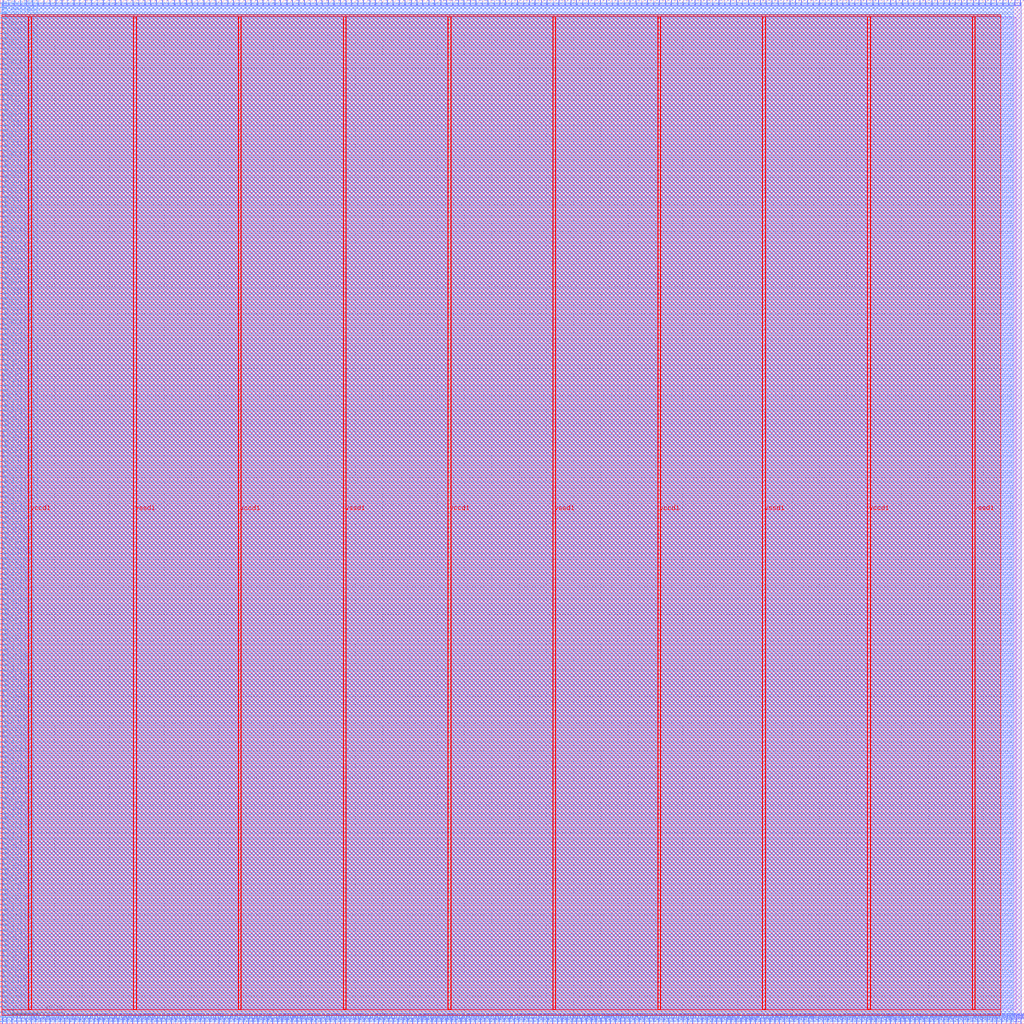
<source format=lef>
VERSION 5.7 ;
  NOWIREEXTENSIONATPIN ON ;
  DIVIDERCHAR "/" ;
  BUSBITCHARS "[]" ;
MACRO dcache
  CLASS BLOCK ;
  FOREIGN dcache ;
  ORIGIN 0.000 0.000 ;
  SIZE 750.000 BY 750.000 ;
  PIN clk
    DIRECTION INPUT ;
    USE SIGNAL ;
    PORT
      LAYER met3 ;
        RECT 0.000 1.400 4.000 2.000 ;
    END
  END clk
  PIN d_in[0]
    DIRECTION INPUT ;
    USE SIGNAL ;
    PORT
      LAYER met2 ;
        RECT 4.690 0.000 4.970 4.000 ;
    END
  END d_in[0]
  PIN d_in[100]
    DIRECTION INPUT ;
    USE SIGNAL ;
    PORT
      LAYER met2 ;
        RECT 358.430 0.000 358.710 4.000 ;
    END
  END d_in[100]
  PIN d_in[101]
    DIRECTION INPUT ;
    USE SIGNAL ;
    PORT
      LAYER met2 ;
        RECT 362.110 0.000 362.390 4.000 ;
    END
  END d_in[101]
  PIN d_in[102]
    DIRECTION INPUT ;
    USE SIGNAL ;
    PORT
      LAYER met2 ;
        RECT 365.330 0.000 365.610 4.000 ;
    END
  END d_in[102]
  PIN d_in[103]
    DIRECTION INPUT ;
    USE SIGNAL ;
    PORT
      LAYER met2 ;
        RECT 369.010 0.000 369.290 4.000 ;
    END
  END d_in[103]
  PIN d_in[104]
    DIRECTION INPUT ;
    USE SIGNAL ;
    PORT
      LAYER met2 ;
        RECT 372.690 0.000 372.970 4.000 ;
    END
  END d_in[104]
  PIN d_in[105]
    DIRECTION INPUT ;
    USE SIGNAL ;
    PORT
      LAYER met2 ;
        RECT 376.370 0.000 376.650 4.000 ;
    END
  END d_in[105]
  PIN d_in[106]
    DIRECTION INPUT ;
    USE SIGNAL ;
    PORT
      LAYER met2 ;
        RECT 379.590 0.000 379.870 4.000 ;
    END
  END d_in[106]
  PIN d_in[107]
    DIRECTION INPUT ;
    USE SIGNAL ;
    PORT
      LAYER met2 ;
        RECT 383.270 0.000 383.550 4.000 ;
    END
  END d_in[107]
  PIN d_in[108]
    DIRECTION INPUT ;
    USE SIGNAL ;
    PORT
      LAYER met2 ;
        RECT 386.950 0.000 387.230 4.000 ;
    END
  END d_in[108]
  PIN d_in[109]
    DIRECTION INPUT ;
    USE SIGNAL ;
    PORT
      LAYER met2 ;
        RECT 390.170 0.000 390.450 4.000 ;
    END
  END d_in[109]
  PIN d_in[10]
    DIRECTION INPUT ;
    USE SIGNAL ;
    PORT
      LAYER met2 ;
        RECT 40.110 0.000 40.390 4.000 ;
    END
  END d_in[10]
  PIN d_in[110]
    DIRECTION INPUT ;
    USE SIGNAL ;
    PORT
      LAYER met2 ;
        RECT 393.850 0.000 394.130 4.000 ;
    END
  END d_in[110]
  PIN d_in[111]
    DIRECTION INPUT ;
    USE SIGNAL ;
    PORT
      LAYER met2 ;
        RECT 397.530 0.000 397.810 4.000 ;
    END
  END d_in[111]
  PIN d_in[112]
    DIRECTION INPUT ;
    USE SIGNAL ;
    PORT
      LAYER met2 ;
        RECT 400.750 0.000 401.030 4.000 ;
    END
  END d_in[112]
  PIN d_in[113]
    DIRECTION INPUT ;
    USE SIGNAL ;
    PORT
      LAYER met2 ;
        RECT 404.430 0.000 404.710 4.000 ;
    END
  END d_in[113]
  PIN d_in[114]
    DIRECTION INPUT ;
    USE SIGNAL ;
    PORT
      LAYER met2 ;
        RECT 408.110 0.000 408.390 4.000 ;
    END
  END d_in[114]
  PIN d_in[115]
    DIRECTION INPUT ;
    USE SIGNAL ;
    PORT
      LAYER met2 ;
        RECT 411.330 0.000 411.610 4.000 ;
    END
  END d_in[115]
  PIN d_in[116]
    DIRECTION INPUT ;
    USE SIGNAL ;
    PORT
      LAYER met2 ;
        RECT 415.010 0.000 415.290 4.000 ;
    END
  END d_in[116]
  PIN d_in[117]
    DIRECTION INPUT ;
    USE SIGNAL ;
    PORT
      LAYER met2 ;
        RECT 418.690 0.000 418.970 4.000 ;
    END
  END d_in[117]
  PIN d_in[118]
    DIRECTION INPUT ;
    USE SIGNAL ;
    PORT
      LAYER met2 ;
        RECT 421.910 0.000 422.190 4.000 ;
    END
  END d_in[118]
  PIN d_in[119]
    DIRECTION INPUT ;
    USE SIGNAL ;
    PORT
      LAYER met2 ;
        RECT 425.590 0.000 425.870 4.000 ;
    END
  END d_in[119]
  PIN d_in[11]
    DIRECTION INPUT ;
    USE SIGNAL ;
    PORT
      LAYER met2 ;
        RECT 43.790 0.000 44.070 4.000 ;
    END
  END d_in[11]
  PIN d_in[120]
    DIRECTION INPUT ;
    USE SIGNAL ;
    PORT
      LAYER met2 ;
        RECT 429.270 0.000 429.550 4.000 ;
    END
  END d_in[120]
  PIN d_in[121]
    DIRECTION INPUT ;
    USE SIGNAL ;
    PORT
      LAYER met2 ;
        RECT 432.950 0.000 433.230 4.000 ;
    END
  END d_in[121]
  PIN d_in[122]
    DIRECTION INPUT ;
    USE SIGNAL ;
    PORT
      LAYER met2 ;
        RECT 436.170 0.000 436.450 4.000 ;
    END
  END d_in[122]
  PIN d_in[123]
    DIRECTION INPUT ;
    USE SIGNAL ;
    PORT
      LAYER met2 ;
        RECT 439.850 0.000 440.130 4.000 ;
    END
  END d_in[123]
  PIN d_in[124]
    DIRECTION INPUT ;
    USE SIGNAL ;
    PORT
      LAYER met2 ;
        RECT 443.530 0.000 443.810 4.000 ;
    END
  END d_in[124]
  PIN d_in[125]
    DIRECTION INPUT ;
    USE SIGNAL ;
    PORT
      LAYER met2 ;
        RECT 446.750 0.000 447.030 4.000 ;
    END
  END d_in[125]
  PIN d_in[126]
    DIRECTION INPUT ;
    USE SIGNAL ;
    PORT
      LAYER met2 ;
        RECT 450.430 0.000 450.710 4.000 ;
    END
  END d_in[126]
  PIN d_in[127]
    DIRECTION INPUT ;
    USE SIGNAL ;
    PORT
      LAYER met2 ;
        RECT 454.110 0.000 454.390 4.000 ;
    END
  END d_in[127]
  PIN d_in[128]
    DIRECTION INPUT ;
    USE SIGNAL ;
    PORT
      LAYER met2 ;
        RECT 457.330 0.000 457.610 4.000 ;
    END
  END d_in[128]
  PIN d_in[129]
    DIRECTION INPUT ;
    USE SIGNAL ;
    PORT
      LAYER met2 ;
        RECT 461.010 0.000 461.290 4.000 ;
    END
  END d_in[129]
  PIN d_in[12]
    DIRECTION INPUT ;
    USE SIGNAL ;
    PORT
      LAYER met2 ;
        RECT 47.010 0.000 47.290 4.000 ;
    END
  END d_in[12]
  PIN d_in[130]
    DIRECTION INPUT ;
    USE SIGNAL ;
    PORT
      LAYER met2 ;
        RECT 464.690 0.000 464.970 4.000 ;
    END
  END d_in[130]
  PIN d_in[131]
    DIRECTION INPUT ;
    USE SIGNAL ;
    PORT
      LAYER met2 ;
        RECT 467.910 0.000 468.190 4.000 ;
    END
  END d_in[131]
  PIN d_in[132]
    DIRECTION INPUT ;
    USE SIGNAL ;
    PORT
      LAYER met2 ;
        RECT 471.590 0.000 471.870 4.000 ;
    END
  END d_in[132]
  PIN d_in[133]
    DIRECTION INPUT ;
    USE SIGNAL ;
    PORT
      LAYER met2 ;
        RECT 475.270 0.000 475.550 4.000 ;
    END
  END d_in[133]
  PIN d_in[134]
    DIRECTION INPUT ;
    USE SIGNAL ;
    PORT
      LAYER met2 ;
        RECT 478.490 0.000 478.770 4.000 ;
    END
  END d_in[134]
  PIN d_in[135]
    DIRECTION INPUT ;
    USE SIGNAL ;
    PORT
      LAYER met2 ;
        RECT 482.170 0.000 482.450 4.000 ;
    END
  END d_in[135]
  PIN d_in[136]
    DIRECTION INPUT ;
    USE SIGNAL ;
    PORT
      LAYER met2 ;
        RECT 485.850 0.000 486.130 4.000 ;
    END
  END d_in[136]
  PIN d_in[137]
    DIRECTION INPUT ;
    USE SIGNAL ;
    PORT
      LAYER met2 ;
        RECT 489.530 0.000 489.810 4.000 ;
    END
  END d_in[137]
  PIN d_in[138]
    DIRECTION INPUT ;
    USE SIGNAL ;
    PORT
      LAYER met2 ;
        RECT 492.750 0.000 493.030 4.000 ;
    END
  END d_in[138]
  PIN d_in[139]
    DIRECTION INPUT ;
    USE SIGNAL ;
    PORT
      LAYER met2 ;
        RECT 496.430 0.000 496.710 4.000 ;
    END
  END d_in[139]
  PIN d_in[13]
    DIRECTION INPUT ;
    USE SIGNAL ;
    PORT
      LAYER met2 ;
        RECT 50.690 0.000 50.970 4.000 ;
    END
  END d_in[13]
  PIN d_in[140]
    DIRECTION INPUT ;
    USE SIGNAL ;
    PORT
      LAYER met2 ;
        RECT 500.110 0.000 500.390 4.000 ;
    END
  END d_in[140]
  PIN d_in[141]
    DIRECTION INPUT ;
    USE SIGNAL ;
    PORT
      LAYER met2 ;
        RECT 503.330 0.000 503.610 4.000 ;
    END
  END d_in[141]
  PIN d_in[142]
    DIRECTION INPUT ;
    USE SIGNAL ;
    PORT
      LAYER met2 ;
        RECT 507.010 0.000 507.290 4.000 ;
    END
  END d_in[142]
  PIN d_in[14]
    DIRECTION INPUT ;
    USE SIGNAL ;
    PORT
      LAYER met2 ;
        RECT 54.370 0.000 54.650 4.000 ;
    END
  END d_in[14]
  PIN d_in[15]
    DIRECTION INPUT ;
    USE SIGNAL ;
    PORT
      LAYER met2 ;
        RECT 58.050 0.000 58.330 4.000 ;
    END
  END d_in[15]
  PIN d_in[16]
    DIRECTION INPUT ;
    USE SIGNAL ;
    PORT
      LAYER met2 ;
        RECT 61.270 0.000 61.550 4.000 ;
    END
  END d_in[16]
  PIN d_in[17]
    DIRECTION INPUT ;
    USE SIGNAL ;
    PORT
      LAYER met2 ;
        RECT 64.950 0.000 65.230 4.000 ;
    END
  END d_in[17]
  PIN d_in[18]
    DIRECTION INPUT ;
    USE SIGNAL ;
    PORT
      LAYER met2 ;
        RECT 68.630 0.000 68.910 4.000 ;
    END
  END d_in[18]
  PIN d_in[19]
    DIRECTION INPUT ;
    USE SIGNAL ;
    PORT
      LAYER met2 ;
        RECT 71.850 0.000 72.130 4.000 ;
    END
  END d_in[19]
  PIN d_in[1]
    DIRECTION INPUT ;
    USE SIGNAL ;
    PORT
      LAYER met2 ;
        RECT 8.370 0.000 8.650 4.000 ;
    END
  END d_in[1]
  PIN d_in[20]
    DIRECTION INPUT ;
    USE SIGNAL ;
    PORT
      LAYER met2 ;
        RECT 75.530 0.000 75.810 4.000 ;
    END
  END d_in[20]
  PIN d_in[21]
    DIRECTION INPUT ;
    USE SIGNAL ;
    PORT
      LAYER met2 ;
        RECT 79.210 0.000 79.490 4.000 ;
    END
  END d_in[21]
  PIN d_in[22]
    DIRECTION INPUT ;
    USE SIGNAL ;
    PORT
      LAYER met2 ;
        RECT 82.430 0.000 82.710 4.000 ;
    END
  END d_in[22]
  PIN d_in[23]
    DIRECTION INPUT ;
    USE SIGNAL ;
    PORT
      LAYER met2 ;
        RECT 86.110 0.000 86.390 4.000 ;
    END
  END d_in[23]
  PIN d_in[24]
    DIRECTION INPUT ;
    USE SIGNAL ;
    PORT
      LAYER met2 ;
        RECT 89.790 0.000 90.070 4.000 ;
    END
  END d_in[24]
  PIN d_in[25]
    DIRECTION INPUT ;
    USE SIGNAL ;
    PORT
      LAYER met2 ;
        RECT 93.010 0.000 93.290 4.000 ;
    END
  END d_in[25]
  PIN d_in[26]
    DIRECTION INPUT ;
    USE SIGNAL ;
    PORT
      LAYER met2 ;
        RECT 96.690 0.000 96.970 4.000 ;
    END
  END d_in[26]
  PIN d_in[27]
    DIRECTION INPUT ;
    USE SIGNAL ;
    PORT
      LAYER met2 ;
        RECT 100.370 0.000 100.650 4.000 ;
    END
  END d_in[27]
  PIN d_in[28]
    DIRECTION INPUT ;
    USE SIGNAL ;
    PORT
      LAYER met2 ;
        RECT 103.590 0.000 103.870 4.000 ;
    END
  END d_in[28]
  PIN d_in[29]
    DIRECTION INPUT ;
    USE SIGNAL ;
    PORT
      LAYER met2 ;
        RECT 107.270 0.000 107.550 4.000 ;
    END
  END d_in[29]
  PIN d_in[2]
    DIRECTION INPUT ;
    USE SIGNAL ;
    PORT
      LAYER met2 ;
        RECT 12.050 0.000 12.330 4.000 ;
    END
  END d_in[2]
  PIN d_in[30]
    DIRECTION INPUT ;
    USE SIGNAL ;
    PORT
      LAYER met2 ;
        RECT 110.950 0.000 111.230 4.000 ;
    END
  END d_in[30]
  PIN d_in[31]
    DIRECTION INPUT ;
    USE SIGNAL ;
    PORT
      LAYER met2 ;
        RECT 114.630 0.000 114.910 4.000 ;
    END
  END d_in[31]
  PIN d_in[32]
    DIRECTION INPUT ;
    USE SIGNAL ;
    PORT
      LAYER met2 ;
        RECT 117.850 0.000 118.130 4.000 ;
    END
  END d_in[32]
  PIN d_in[33]
    DIRECTION INPUT ;
    USE SIGNAL ;
    PORT
      LAYER met2 ;
        RECT 121.530 0.000 121.810 4.000 ;
    END
  END d_in[33]
  PIN d_in[34]
    DIRECTION INPUT ;
    USE SIGNAL ;
    PORT
      LAYER met2 ;
        RECT 125.210 0.000 125.490 4.000 ;
    END
  END d_in[34]
  PIN d_in[35]
    DIRECTION INPUT ;
    USE SIGNAL ;
    PORT
      LAYER met2 ;
        RECT 128.430 0.000 128.710 4.000 ;
    END
  END d_in[35]
  PIN d_in[36]
    DIRECTION INPUT ;
    USE SIGNAL ;
    PORT
      LAYER met2 ;
        RECT 132.110 0.000 132.390 4.000 ;
    END
  END d_in[36]
  PIN d_in[37]
    DIRECTION INPUT ;
    USE SIGNAL ;
    PORT
      LAYER met2 ;
        RECT 135.790 0.000 136.070 4.000 ;
    END
  END d_in[37]
  PIN d_in[38]
    DIRECTION INPUT ;
    USE SIGNAL ;
    PORT
      LAYER met2 ;
        RECT 139.010 0.000 139.290 4.000 ;
    END
  END d_in[38]
  PIN d_in[39]
    DIRECTION INPUT ;
    USE SIGNAL ;
    PORT
      LAYER met2 ;
        RECT 142.690 0.000 142.970 4.000 ;
    END
  END d_in[39]
  PIN d_in[3]
    DIRECTION INPUT ;
    USE SIGNAL ;
    PORT
      LAYER met2 ;
        RECT 15.270 0.000 15.550 4.000 ;
    END
  END d_in[3]
  PIN d_in[40]
    DIRECTION INPUT ;
    USE SIGNAL ;
    PORT
      LAYER met2 ;
        RECT 146.370 0.000 146.650 4.000 ;
    END
  END d_in[40]
  PIN d_in[41]
    DIRECTION INPUT ;
    USE SIGNAL ;
    PORT
      LAYER met2 ;
        RECT 149.590 0.000 149.870 4.000 ;
    END
  END d_in[41]
  PIN d_in[42]
    DIRECTION INPUT ;
    USE SIGNAL ;
    PORT
      LAYER met2 ;
        RECT 153.270 0.000 153.550 4.000 ;
    END
  END d_in[42]
  PIN d_in[43]
    DIRECTION INPUT ;
    USE SIGNAL ;
    PORT
      LAYER met2 ;
        RECT 156.950 0.000 157.230 4.000 ;
    END
  END d_in[43]
  PIN d_in[44]
    DIRECTION INPUT ;
    USE SIGNAL ;
    PORT
      LAYER met2 ;
        RECT 160.170 0.000 160.450 4.000 ;
    END
  END d_in[44]
  PIN d_in[45]
    DIRECTION INPUT ;
    USE SIGNAL ;
    PORT
      LAYER met2 ;
        RECT 163.850 0.000 164.130 4.000 ;
    END
  END d_in[45]
  PIN d_in[46]
    DIRECTION INPUT ;
    USE SIGNAL ;
    PORT
      LAYER met2 ;
        RECT 167.530 0.000 167.810 4.000 ;
    END
  END d_in[46]
  PIN d_in[47]
    DIRECTION INPUT ;
    USE SIGNAL ;
    PORT
      LAYER met2 ;
        RECT 171.210 0.000 171.490 4.000 ;
    END
  END d_in[47]
  PIN d_in[48]
    DIRECTION INPUT ;
    USE SIGNAL ;
    PORT
      LAYER met2 ;
        RECT 174.430 0.000 174.710 4.000 ;
    END
  END d_in[48]
  PIN d_in[49]
    DIRECTION INPUT ;
    USE SIGNAL ;
    PORT
      LAYER met2 ;
        RECT 178.110 0.000 178.390 4.000 ;
    END
  END d_in[49]
  PIN d_in[4]
    DIRECTION INPUT ;
    USE SIGNAL ;
    PORT
      LAYER met2 ;
        RECT 18.950 0.000 19.230 4.000 ;
    END
  END d_in[4]
  PIN d_in[50]
    DIRECTION INPUT ;
    USE SIGNAL ;
    PORT
      LAYER met2 ;
        RECT 181.790 0.000 182.070 4.000 ;
    END
  END d_in[50]
  PIN d_in[51]
    DIRECTION INPUT ;
    USE SIGNAL ;
    PORT
      LAYER met2 ;
        RECT 185.010 0.000 185.290 4.000 ;
    END
  END d_in[51]
  PIN d_in[52]
    DIRECTION INPUT ;
    USE SIGNAL ;
    PORT
      LAYER met2 ;
        RECT 188.690 0.000 188.970 4.000 ;
    END
  END d_in[52]
  PIN d_in[53]
    DIRECTION INPUT ;
    USE SIGNAL ;
    PORT
      LAYER met2 ;
        RECT 192.370 0.000 192.650 4.000 ;
    END
  END d_in[53]
  PIN d_in[54]
    DIRECTION INPUT ;
    USE SIGNAL ;
    PORT
      LAYER met2 ;
        RECT 195.590 0.000 195.870 4.000 ;
    END
  END d_in[54]
  PIN d_in[55]
    DIRECTION INPUT ;
    USE SIGNAL ;
    PORT
      LAYER met2 ;
        RECT 199.270 0.000 199.550 4.000 ;
    END
  END d_in[55]
  PIN d_in[56]
    DIRECTION INPUT ;
    USE SIGNAL ;
    PORT
      LAYER met2 ;
        RECT 202.950 0.000 203.230 4.000 ;
    END
  END d_in[56]
  PIN d_in[57]
    DIRECTION INPUT ;
    USE SIGNAL ;
    PORT
      LAYER met2 ;
        RECT 206.170 0.000 206.450 4.000 ;
    END
  END d_in[57]
  PIN d_in[58]
    DIRECTION INPUT ;
    USE SIGNAL ;
    PORT
      LAYER met2 ;
        RECT 209.850 0.000 210.130 4.000 ;
    END
  END d_in[58]
  PIN d_in[59]
    DIRECTION INPUT ;
    USE SIGNAL ;
    PORT
      LAYER met2 ;
        RECT 213.530 0.000 213.810 4.000 ;
    END
  END d_in[59]
  PIN d_in[5]
    DIRECTION INPUT ;
    USE SIGNAL ;
    PORT
      LAYER met2 ;
        RECT 22.630 0.000 22.910 4.000 ;
    END
  END d_in[5]
  PIN d_in[60]
    DIRECTION INPUT ;
    USE SIGNAL ;
    PORT
      LAYER met2 ;
        RECT 217.210 0.000 217.490 4.000 ;
    END
  END d_in[60]
  PIN d_in[61]
    DIRECTION INPUT ;
    USE SIGNAL ;
    PORT
      LAYER met2 ;
        RECT 220.430 0.000 220.710 4.000 ;
    END
  END d_in[61]
  PIN d_in[62]
    DIRECTION INPUT ;
    USE SIGNAL ;
    PORT
      LAYER met2 ;
        RECT 224.110 0.000 224.390 4.000 ;
    END
  END d_in[62]
  PIN d_in[63]
    DIRECTION INPUT ;
    USE SIGNAL ;
    PORT
      LAYER met2 ;
        RECT 227.790 0.000 228.070 4.000 ;
    END
  END d_in[63]
  PIN d_in[64]
    DIRECTION INPUT ;
    USE SIGNAL ;
    PORT
      LAYER met2 ;
        RECT 231.010 0.000 231.290 4.000 ;
    END
  END d_in[64]
  PIN d_in[65]
    DIRECTION INPUT ;
    USE SIGNAL ;
    PORT
      LAYER met2 ;
        RECT 234.690 0.000 234.970 4.000 ;
    END
  END d_in[65]
  PIN d_in[66]
    DIRECTION INPUT ;
    USE SIGNAL ;
    PORT
      LAYER met2 ;
        RECT 238.370 0.000 238.650 4.000 ;
    END
  END d_in[66]
  PIN d_in[67]
    DIRECTION INPUT ;
    USE SIGNAL ;
    PORT
      LAYER met2 ;
        RECT 241.590 0.000 241.870 4.000 ;
    END
  END d_in[67]
  PIN d_in[68]
    DIRECTION INPUT ;
    USE SIGNAL ;
    PORT
      LAYER met2 ;
        RECT 245.270 0.000 245.550 4.000 ;
    END
  END d_in[68]
  PIN d_in[69]
    DIRECTION INPUT ;
    USE SIGNAL ;
    PORT
      LAYER met2 ;
        RECT 248.950 0.000 249.230 4.000 ;
    END
  END d_in[69]
  PIN d_in[6]
    DIRECTION INPUT ;
    USE SIGNAL ;
    PORT
      LAYER met2 ;
        RECT 25.850 0.000 26.130 4.000 ;
    END
  END d_in[6]
  PIN d_in[70]
    DIRECTION INPUT ;
    USE SIGNAL ;
    PORT
      LAYER met2 ;
        RECT 252.170 0.000 252.450 4.000 ;
    END
  END d_in[70]
  PIN d_in[71]
    DIRECTION INPUT ;
    USE SIGNAL ;
    PORT
      LAYER met2 ;
        RECT 255.850 0.000 256.130 4.000 ;
    END
  END d_in[71]
  PIN d_in[72]
    DIRECTION INPUT ;
    USE SIGNAL ;
    PORT
      LAYER met2 ;
        RECT 259.530 0.000 259.810 4.000 ;
    END
  END d_in[72]
  PIN d_in[73]
    DIRECTION INPUT ;
    USE SIGNAL ;
    PORT
      LAYER met2 ;
        RECT 262.750 0.000 263.030 4.000 ;
    END
  END d_in[73]
  PIN d_in[74]
    DIRECTION INPUT ;
    USE SIGNAL ;
    PORT
      LAYER met2 ;
        RECT 266.430 0.000 266.710 4.000 ;
    END
  END d_in[74]
  PIN d_in[75]
    DIRECTION INPUT ;
    USE SIGNAL ;
    PORT
      LAYER met2 ;
        RECT 270.110 0.000 270.390 4.000 ;
    END
  END d_in[75]
  PIN d_in[76]
    DIRECTION INPUT ;
    USE SIGNAL ;
    PORT
      LAYER met2 ;
        RECT 273.790 0.000 274.070 4.000 ;
    END
  END d_in[76]
  PIN d_in[77]
    DIRECTION INPUT ;
    USE SIGNAL ;
    PORT
      LAYER met2 ;
        RECT 277.010 0.000 277.290 4.000 ;
    END
  END d_in[77]
  PIN d_in[78]
    DIRECTION INPUT ;
    USE SIGNAL ;
    PORT
      LAYER met2 ;
        RECT 280.690 0.000 280.970 4.000 ;
    END
  END d_in[78]
  PIN d_in[79]
    DIRECTION INPUT ;
    USE SIGNAL ;
    PORT
      LAYER met2 ;
        RECT 284.370 0.000 284.650 4.000 ;
    END
  END d_in[79]
  PIN d_in[7]
    DIRECTION INPUT ;
    USE SIGNAL ;
    PORT
      LAYER met2 ;
        RECT 29.530 0.000 29.810 4.000 ;
    END
  END d_in[7]
  PIN d_in[80]
    DIRECTION INPUT ;
    USE SIGNAL ;
    PORT
      LAYER met2 ;
        RECT 287.590 0.000 287.870 4.000 ;
    END
  END d_in[80]
  PIN d_in[81]
    DIRECTION INPUT ;
    USE SIGNAL ;
    PORT
      LAYER met2 ;
        RECT 291.270 0.000 291.550 4.000 ;
    END
  END d_in[81]
  PIN d_in[82]
    DIRECTION INPUT ;
    USE SIGNAL ;
    PORT
      LAYER met2 ;
        RECT 294.950 0.000 295.230 4.000 ;
    END
  END d_in[82]
  PIN d_in[83]
    DIRECTION INPUT ;
    USE SIGNAL ;
    PORT
      LAYER met2 ;
        RECT 298.170 0.000 298.450 4.000 ;
    END
  END d_in[83]
  PIN d_in[84]
    DIRECTION INPUT ;
    USE SIGNAL ;
    PORT
      LAYER met2 ;
        RECT 301.850 0.000 302.130 4.000 ;
    END
  END d_in[84]
  PIN d_in[85]
    DIRECTION INPUT ;
    USE SIGNAL ;
    PORT
      LAYER met2 ;
        RECT 305.530 0.000 305.810 4.000 ;
    END
  END d_in[85]
  PIN d_in[86]
    DIRECTION INPUT ;
    USE SIGNAL ;
    PORT
      LAYER met2 ;
        RECT 308.750 0.000 309.030 4.000 ;
    END
  END d_in[86]
  PIN d_in[87]
    DIRECTION INPUT ;
    USE SIGNAL ;
    PORT
      LAYER met2 ;
        RECT 312.430 0.000 312.710 4.000 ;
    END
  END d_in[87]
  PIN d_in[88]
    DIRECTION INPUT ;
    USE SIGNAL ;
    PORT
      LAYER met2 ;
        RECT 316.110 0.000 316.390 4.000 ;
    END
  END d_in[88]
  PIN d_in[89]
    DIRECTION INPUT ;
    USE SIGNAL ;
    PORT
      LAYER met2 ;
        RECT 319.330 0.000 319.610 4.000 ;
    END
  END d_in[89]
  PIN d_in[8]
    DIRECTION INPUT ;
    USE SIGNAL ;
    PORT
      LAYER met2 ;
        RECT 33.210 0.000 33.490 4.000 ;
    END
  END d_in[8]
  PIN d_in[90]
    DIRECTION INPUT ;
    USE SIGNAL ;
    PORT
      LAYER met2 ;
        RECT 323.010 0.000 323.290 4.000 ;
    END
  END d_in[90]
  PIN d_in[91]
    DIRECTION INPUT ;
    USE SIGNAL ;
    PORT
      LAYER met2 ;
        RECT 326.690 0.000 326.970 4.000 ;
    END
  END d_in[91]
  PIN d_in[92]
    DIRECTION INPUT ;
    USE SIGNAL ;
    PORT
      LAYER met2 ;
        RECT 330.370 0.000 330.650 4.000 ;
    END
  END d_in[92]
  PIN d_in[93]
    DIRECTION INPUT ;
    USE SIGNAL ;
    PORT
      LAYER met2 ;
        RECT 333.590 0.000 333.870 4.000 ;
    END
  END d_in[93]
  PIN d_in[94]
    DIRECTION INPUT ;
    USE SIGNAL ;
    PORT
      LAYER met2 ;
        RECT 337.270 0.000 337.550 4.000 ;
    END
  END d_in[94]
  PIN d_in[95]
    DIRECTION INPUT ;
    USE SIGNAL ;
    PORT
      LAYER met2 ;
        RECT 340.950 0.000 341.230 4.000 ;
    END
  END d_in[95]
  PIN d_in[96]
    DIRECTION INPUT ;
    USE SIGNAL ;
    PORT
      LAYER met2 ;
        RECT 344.170 0.000 344.450 4.000 ;
    END
  END d_in[96]
  PIN d_in[97]
    DIRECTION INPUT ;
    USE SIGNAL ;
    PORT
      LAYER met2 ;
        RECT 347.850 0.000 348.130 4.000 ;
    END
  END d_in[97]
  PIN d_in[98]
    DIRECTION INPUT ;
    USE SIGNAL ;
    PORT
      LAYER met2 ;
        RECT 351.530 0.000 351.810 4.000 ;
    END
  END d_in[98]
  PIN d_in[99]
    DIRECTION INPUT ;
    USE SIGNAL ;
    PORT
      LAYER met2 ;
        RECT 354.750 0.000 355.030 4.000 ;
    END
  END d_in[99]
  PIN d_in[9]
    DIRECTION INPUT ;
    USE SIGNAL ;
    PORT
      LAYER met2 ;
        RECT 36.430 0.000 36.710 4.000 ;
    END
  END d_in[9]
  PIN d_out[0]
    DIRECTION OUTPUT TRISTATE ;
    USE SIGNAL ;
    PORT
      LAYER met2 ;
        RECT 510.690 0.000 510.970 4.000 ;
    END
  END d_out[0]
  PIN d_out[10]
    DIRECTION OUTPUT TRISTATE ;
    USE SIGNAL ;
    PORT
      LAYER met2 ;
        RECT 546.110 0.000 546.390 4.000 ;
    END
  END d_out[10]
  PIN d_out[11]
    DIRECTION OUTPUT TRISTATE ;
    USE SIGNAL ;
    PORT
      LAYER met2 ;
        RECT 549.330 0.000 549.610 4.000 ;
    END
  END d_out[11]
  PIN d_out[12]
    DIRECTION OUTPUT TRISTATE ;
    USE SIGNAL ;
    PORT
      LAYER met2 ;
        RECT 553.010 0.000 553.290 4.000 ;
    END
  END d_out[12]
  PIN d_out[13]
    DIRECTION OUTPUT TRISTATE ;
    USE SIGNAL ;
    PORT
      LAYER met2 ;
        RECT 556.690 0.000 556.970 4.000 ;
    END
  END d_out[13]
  PIN d_out[14]
    DIRECTION OUTPUT TRISTATE ;
    USE SIGNAL ;
    PORT
      LAYER met2 ;
        RECT 559.910 0.000 560.190 4.000 ;
    END
  END d_out[14]
  PIN d_out[15]
    DIRECTION OUTPUT TRISTATE ;
    USE SIGNAL ;
    PORT
      LAYER met2 ;
        RECT 563.590 0.000 563.870 4.000 ;
    END
  END d_out[15]
  PIN d_out[16]
    DIRECTION OUTPUT TRISTATE ;
    USE SIGNAL ;
    PORT
      LAYER met2 ;
        RECT 567.270 0.000 567.550 4.000 ;
    END
  END d_out[16]
  PIN d_out[17]
    DIRECTION OUTPUT TRISTATE ;
    USE SIGNAL ;
    PORT
      LAYER met2 ;
        RECT 570.490 0.000 570.770 4.000 ;
    END
  END d_out[17]
  PIN d_out[18]
    DIRECTION OUTPUT TRISTATE ;
    USE SIGNAL ;
    PORT
      LAYER met2 ;
        RECT 574.170 0.000 574.450 4.000 ;
    END
  END d_out[18]
  PIN d_out[19]
    DIRECTION OUTPUT TRISTATE ;
    USE SIGNAL ;
    PORT
      LAYER met2 ;
        RECT 577.850 0.000 578.130 4.000 ;
    END
  END d_out[19]
  PIN d_out[1]
    DIRECTION OUTPUT TRISTATE ;
    USE SIGNAL ;
    PORT
      LAYER met2 ;
        RECT 513.910 0.000 514.190 4.000 ;
    END
  END d_out[1]
  PIN d_out[20]
    DIRECTION OUTPUT TRISTATE ;
    USE SIGNAL ;
    PORT
      LAYER met2 ;
        RECT 581.070 0.000 581.350 4.000 ;
    END
  END d_out[20]
  PIN d_out[21]
    DIRECTION OUTPUT TRISTATE ;
    USE SIGNAL ;
    PORT
      LAYER met2 ;
        RECT 584.750 0.000 585.030 4.000 ;
    END
  END d_out[21]
  PIN d_out[22]
    DIRECTION OUTPUT TRISTATE ;
    USE SIGNAL ;
    PORT
      LAYER met2 ;
        RECT 588.430 0.000 588.710 4.000 ;
    END
  END d_out[22]
  PIN d_out[23]
    DIRECTION OUTPUT TRISTATE ;
    USE SIGNAL ;
    PORT
      LAYER met2 ;
        RECT 592.110 0.000 592.390 4.000 ;
    END
  END d_out[23]
  PIN d_out[24]
    DIRECTION OUTPUT TRISTATE ;
    USE SIGNAL ;
    PORT
      LAYER met2 ;
        RECT 595.330 0.000 595.610 4.000 ;
    END
  END d_out[24]
  PIN d_out[25]
    DIRECTION OUTPUT TRISTATE ;
    USE SIGNAL ;
    PORT
      LAYER met2 ;
        RECT 599.010 0.000 599.290 4.000 ;
    END
  END d_out[25]
  PIN d_out[26]
    DIRECTION OUTPUT TRISTATE ;
    USE SIGNAL ;
    PORT
      LAYER met2 ;
        RECT 602.690 0.000 602.970 4.000 ;
    END
  END d_out[26]
  PIN d_out[27]
    DIRECTION OUTPUT TRISTATE ;
    USE SIGNAL ;
    PORT
      LAYER met2 ;
        RECT 605.910 0.000 606.190 4.000 ;
    END
  END d_out[27]
  PIN d_out[28]
    DIRECTION OUTPUT TRISTATE ;
    USE SIGNAL ;
    PORT
      LAYER met2 ;
        RECT 609.590 0.000 609.870 4.000 ;
    END
  END d_out[28]
  PIN d_out[29]
    DIRECTION OUTPUT TRISTATE ;
    USE SIGNAL ;
    PORT
      LAYER met2 ;
        RECT 613.270 0.000 613.550 4.000 ;
    END
  END d_out[29]
  PIN d_out[2]
    DIRECTION OUTPUT TRISTATE ;
    USE SIGNAL ;
    PORT
      LAYER met2 ;
        RECT 517.590 0.000 517.870 4.000 ;
    END
  END d_out[2]
  PIN d_out[30]
    DIRECTION OUTPUT TRISTATE ;
    USE SIGNAL ;
    PORT
      LAYER met2 ;
        RECT 616.490 0.000 616.770 4.000 ;
    END
  END d_out[30]
  PIN d_out[31]
    DIRECTION OUTPUT TRISTATE ;
    USE SIGNAL ;
    PORT
      LAYER met2 ;
        RECT 620.170 0.000 620.450 4.000 ;
    END
  END d_out[31]
  PIN d_out[32]
    DIRECTION OUTPUT TRISTATE ;
    USE SIGNAL ;
    PORT
      LAYER met2 ;
        RECT 623.850 0.000 624.130 4.000 ;
    END
  END d_out[32]
  PIN d_out[33]
    DIRECTION OUTPUT TRISTATE ;
    USE SIGNAL ;
    PORT
      LAYER met2 ;
        RECT 627.070 0.000 627.350 4.000 ;
    END
  END d_out[33]
  PIN d_out[34]
    DIRECTION OUTPUT TRISTATE ;
    USE SIGNAL ;
    PORT
      LAYER met2 ;
        RECT 630.750 0.000 631.030 4.000 ;
    END
  END d_out[34]
  PIN d_out[35]
    DIRECTION OUTPUT TRISTATE ;
    USE SIGNAL ;
    PORT
      LAYER met2 ;
        RECT 634.430 0.000 634.710 4.000 ;
    END
  END d_out[35]
  PIN d_out[36]
    DIRECTION OUTPUT TRISTATE ;
    USE SIGNAL ;
    PORT
      LAYER met2 ;
        RECT 637.650 0.000 637.930 4.000 ;
    END
  END d_out[36]
  PIN d_out[37]
    DIRECTION OUTPUT TRISTATE ;
    USE SIGNAL ;
    PORT
      LAYER met2 ;
        RECT 641.330 0.000 641.610 4.000 ;
    END
  END d_out[37]
  PIN d_out[38]
    DIRECTION OUTPUT TRISTATE ;
    USE SIGNAL ;
    PORT
      LAYER met2 ;
        RECT 645.010 0.000 645.290 4.000 ;
    END
  END d_out[38]
  PIN d_out[39]
    DIRECTION OUTPUT TRISTATE ;
    USE SIGNAL ;
    PORT
      LAYER met2 ;
        RECT 648.690 0.000 648.970 4.000 ;
    END
  END d_out[39]
  PIN d_out[3]
    DIRECTION OUTPUT TRISTATE ;
    USE SIGNAL ;
    PORT
      LAYER met2 ;
        RECT 521.270 0.000 521.550 4.000 ;
    END
  END d_out[3]
  PIN d_out[40]
    DIRECTION OUTPUT TRISTATE ;
    USE SIGNAL ;
    PORT
      LAYER met2 ;
        RECT 651.910 0.000 652.190 4.000 ;
    END
  END d_out[40]
  PIN d_out[41]
    DIRECTION OUTPUT TRISTATE ;
    USE SIGNAL ;
    PORT
      LAYER met2 ;
        RECT 655.590 0.000 655.870 4.000 ;
    END
  END d_out[41]
  PIN d_out[42]
    DIRECTION OUTPUT TRISTATE ;
    USE SIGNAL ;
    PORT
      LAYER met2 ;
        RECT 659.270 0.000 659.550 4.000 ;
    END
  END d_out[42]
  PIN d_out[43]
    DIRECTION OUTPUT TRISTATE ;
    USE SIGNAL ;
    PORT
      LAYER met2 ;
        RECT 662.490 0.000 662.770 4.000 ;
    END
  END d_out[43]
  PIN d_out[44]
    DIRECTION OUTPUT TRISTATE ;
    USE SIGNAL ;
    PORT
      LAYER met2 ;
        RECT 666.170 0.000 666.450 4.000 ;
    END
  END d_out[44]
  PIN d_out[45]
    DIRECTION OUTPUT TRISTATE ;
    USE SIGNAL ;
    PORT
      LAYER met2 ;
        RECT 669.850 0.000 670.130 4.000 ;
    END
  END d_out[45]
  PIN d_out[46]
    DIRECTION OUTPUT TRISTATE ;
    USE SIGNAL ;
    PORT
      LAYER met2 ;
        RECT 673.070 0.000 673.350 4.000 ;
    END
  END d_out[46]
  PIN d_out[47]
    DIRECTION OUTPUT TRISTATE ;
    USE SIGNAL ;
    PORT
      LAYER met2 ;
        RECT 676.750 0.000 677.030 4.000 ;
    END
  END d_out[47]
  PIN d_out[48]
    DIRECTION OUTPUT TRISTATE ;
    USE SIGNAL ;
    PORT
      LAYER met2 ;
        RECT 680.430 0.000 680.710 4.000 ;
    END
  END d_out[48]
  PIN d_out[49]
    DIRECTION OUTPUT TRISTATE ;
    USE SIGNAL ;
    PORT
      LAYER met2 ;
        RECT 683.650 0.000 683.930 4.000 ;
    END
  END d_out[49]
  PIN d_out[4]
    DIRECTION OUTPUT TRISTATE ;
    USE SIGNAL ;
    PORT
      LAYER met2 ;
        RECT 524.490 0.000 524.770 4.000 ;
    END
  END d_out[4]
  PIN d_out[50]
    DIRECTION OUTPUT TRISTATE ;
    USE SIGNAL ;
    PORT
      LAYER met2 ;
        RECT 687.330 0.000 687.610 4.000 ;
    END
  END d_out[50]
  PIN d_out[51]
    DIRECTION OUTPUT TRISTATE ;
    USE SIGNAL ;
    PORT
      LAYER met2 ;
        RECT 691.010 0.000 691.290 4.000 ;
    END
  END d_out[51]
  PIN d_out[52]
    DIRECTION OUTPUT TRISTATE ;
    USE SIGNAL ;
    PORT
      LAYER met2 ;
        RECT 694.230 0.000 694.510 4.000 ;
    END
  END d_out[52]
  PIN d_out[53]
    DIRECTION OUTPUT TRISTATE ;
    USE SIGNAL ;
    PORT
      LAYER met2 ;
        RECT 697.910 0.000 698.190 4.000 ;
    END
  END d_out[53]
  PIN d_out[54]
    DIRECTION OUTPUT TRISTATE ;
    USE SIGNAL ;
    PORT
      LAYER met2 ;
        RECT 701.590 0.000 701.870 4.000 ;
    END
  END d_out[54]
  PIN d_out[55]
    DIRECTION OUTPUT TRISTATE ;
    USE SIGNAL ;
    PORT
      LAYER met2 ;
        RECT 705.270 0.000 705.550 4.000 ;
    END
  END d_out[55]
  PIN d_out[56]
    DIRECTION OUTPUT TRISTATE ;
    USE SIGNAL ;
    PORT
      LAYER met2 ;
        RECT 708.490 0.000 708.770 4.000 ;
    END
  END d_out[56]
  PIN d_out[57]
    DIRECTION OUTPUT TRISTATE ;
    USE SIGNAL ;
    PORT
      LAYER met2 ;
        RECT 712.170 0.000 712.450 4.000 ;
    END
  END d_out[57]
  PIN d_out[58]
    DIRECTION OUTPUT TRISTATE ;
    USE SIGNAL ;
    PORT
      LAYER met2 ;
        RECT 715.850 0.000 716.130 4.000 ;
    END
  END d_out[58]
  PIN d_out[59]
    DIRECTION OUTPUT TRISTATE ;
    USE SIGNAL ;
    PORT
      LAYER met2 ;
        RECT 719.070 0.000 719.350 4.000 ;
    END
  END d_out[59]
  PIN d_out[5]
    DIRECTION OUTPUT TRISTATE ;
    USE SIGNAL ;
    PORT
      LAYER met2 ;
        RECT 528.170 0.000 528.450 4.000 ;
    END
  END d_out[5]
  PIN d_out[60]
    DIRECTION OUTPUT TRISTATE ;
    USE SIGNAL ;
    PORT
      LAYER met2 ;
        RECT 722.750 0.000 723.030 4.000 ;
    END
  END d_out[60]
  PIN d_out[61]
    DIRECTION OUTPUT TRISTATE ;
    USE SIGNAL ;
    PORT
      LAYER met2 ;
        RECT 726.430 0.000 726.710 4.000 ;
    END
  END d_out[61]
  PIN d_out[62]
    DIRECTION OUTPUT TRISTATE ;
    USE SIGNAL ;
    PORT
      LAYER met2 ;
        RECT 729.650 0.000 729.930 4.000 ;
    END
  END d_out[62]
  PIN d_out[63]
    DIRECTION OUTPUT TRISTATE ;
    USE SIGNAL ;
    PORT
      LAYER met2 ;
        RECT 733.330 0.000 733.610 4.000 ;
    END
  END d_out[63]
  PIN d_out[64]
    DIRECTION OUTPUT TRISTATE ;
    USE SIGNAL ;
    PORT
      LAYER met2 ;
        RECT 737.010 0.000 737.290 4.000 ;
    END
  END d_out[64]
  PIN d_out[65]
    DIRECTION OUTPUT TRISTATE ;
    USE SIGNAL ;
    PORT
      LAYER met2 ;
        RECT 740.230 0.000 740.510 4.000 ;
    END
  END d_out[65]
  PIN d_out[66]
    DIRECTION OUTPUT TRISTATE ;
    USE SIGNAL ;
    PORT
      LAYER met2 ;
        RECT 743.910 0.000 744.190 4.000 ;
    END
  END d_out[66]
  PIN d_out[67]
    DIRECTION OUTPUT TRISTATE ;
    USE SIGNAL ;
    PORT
      LAYER met2 ;
        RECT 747.590 0.000 747.870 4.000 ;
    END
  END d_out[67]
  PIN d_out[6]
    DIRECTION OUTPUT TRISTATE ;
    USE SIGNAL ;
    PORT
      LAYER met2 ;
        RECT 531.850 0.000 532.130 4.000 ;
    END
  END d_out[6]
  PIN d_out[7]
    DIRECTION OUTPUT TRISTATE ;
    USE SIGNAL ;
    PORT
      LAYER met2 ;
        RECT 535.070 0.000 535.350 4.000 ;
    END
  END d_out[7]
  PIN d_out[8]
    DIRECTION OUTPUT TRISTATE ;
    USE SIGNAL ;
    PORT
      LAYER met2 ;
        RECT 538.750 0.000 539.030 4.000 ;
    END
  END d_out[8]
  PIN d_out[9]
    DIRECTION OUTPUT TRISTATE ;
    USE SIGNAL ;
    PORT
      LAYER met2 ;
        RECT 542.430 0.000 542.710 4.000 ;
    END
  END d_out[9]
  PIN m_in[0]
    DIRECTION INPUT ;
    USE SIGNAL ;
    PORT
      LAYER met3 ;
        RECT 0.000 8.200 4.000 8.800 ;
    END
  END m_in[0]
  PIN m_in[100]
    DIRECTION INPUT ;
    USE SIGNAL ;
    PORT
      LAYER met3 ;
        RECT 0.000 381.520 4.000 382.120 ;
    END
  END m_in[100]
  PIN m_in[101]
    DIRECTION INPUT ;
    USE SIGNAL ;
    PORT
      LAYER met3 ;
        RECT 0.000 385.600 4.000 386.200 ;
    END
  END m_in[101]
  PIN m_in[102]
    DIRECTION INPUT ;
    USE SIGNAL ;
    PORT
      LAYER met3 ;
        RECT 0.000 389.000 4.000 389.600 ;
    END
  END m_in[102]
  PIN m_in[103]
    DIRECTION INPUT ;
    USE SIGNAL ;
    PORT
      LAYER met3 ;
        RECT 0.000 393.080 4.000 393.680 ;
    END
  END m_in[103]
  PIN m_in[104]
    DIRECTION INPUT ;
    USE SIGNAL ;
    PORT
      LAYER met3 ;
        RECT 0.000 396.480 4.000 397.080 ;
    END
  END m_in[104]
  PIN m_in[105]
    DIRECTION INPUT ;
    USE SIGNAL ;
    PORT
      LAYER met3 ;
        RECT 0.000 400.560 4.000 401.160 ;
    END
  END m_in[105]
  PIN m_in[106]
    DIRECTION INPUT ;
    USE SIGNAL ;
    PORT
      LAYER met3 ;
        RECT 0.000 403.960 4.000 404.560 ;
    END
  END m_in[106]
  PIN m_in[107]
    DIRECTION INPUT ;
    USE SIGNAL ;
    PORT
      LAYER met3 ;
        RECT 0.000 408.040 4.000 408.640 ;
    END
  END m_in[107]
  PIN m_in[108]
    DIRECTION INPUT ;
    USE SIGNAL ;
    PORT
      LAYER met3 ;
        RECT 0.000 411.440 4.000 412.040 ;
    END
  END m_in[108]
  PIN m_in[109]
    DIRECTION INPUT ;
    USE SIGNAL ;
    PORT
      LAYER met3 ;
        RECT 0.000 415.520 4.000 416.120 ;
    END
  END m_in[109]
  PIN m_in[10]
    DIRECTION INPUT ;
    USE SIGNAL ;
    PORT
      LAYER met3 ;
        RECT 0.000 45.600 4.000 46.200 ;
    END
  END m_in[10]
  PIN m_in[110]
    DIRECTION INPUT ;
    USE SIGNAL ;
    PORT
      LAYER met3 ;
        RECT 0.000 418.920 4.000 419.520 ;
    END
  END m_in[110]
  PIN m_in[111]
    DIRECTION INPUT ;
    USE SIGNAL ;
    PORT
      LAYER met3 ;
        RECT 0.000 423.000 4.000 423.600 ;
    END
  END m_in[111]
  PIN m_in[112]
    DIRECTION INPUT ;
    USE SIGNAL ;
    PORT
      LAYER met3 ;
        RECT 0.000 426.400 4.000 427.000 ;
    END
  END m_in[112]
  PIN m_in[113]
    DIRECTION INPUT ;
    USE SIGNAL ;
    PORT
      LAYER met3 ;
        RECT 0.000 430.480 4.000 431.080 ;
    END
  END m_in[113]
  PIN m_in[114]
    DIRECTION INPUT ;
    USE SIGNAL ;
    PORT
      LAYER met3 ;
        RECT 0.000 433.880 4.000 434.480 ;
    END
  END m_in[114]
  PIN m_in[115]
    DIRECTION INPUT ;
    USE SIGNAL ;
    PORT
      LAYER met3 ;
        RECT 0.000 437.960 4.000 438.560 ;
    END
  END m_in[115]
  PIN m_in[116]
    DIRECTION INPUT ;
    USE SIGNAL ;
    PORT
      LAYER met3 ;
        RECT 0.000 441.360 4.000 441.960 ;
    END
  END m_in[116]
  PIN m_in[117]
    DIRECTION INPUT ;
    USE SIGNAL ;
    PORT
      LAYER met3 ;
        RECT 0.000 445.440 4.000 446.040 ;
    END
  END m_in[117]
  PIN m_in[118]
    DIRECTION INPUT ;
    USE SIGNAL ;
    PORT
      LAYER met3 ;
        RECT 0.000 448.840 4.000 449.440 ;
    END
  END m_in[118]
  PIN m_in[119]
    DIRECTION INPUT ;
    USE SIGNAL ;
    PORT
      LAYER met3 ;
        RECT 0.000 452.240 4.000 452.840 ;
    END
  END m_in[119]
  PIN m_in[11]
    DIRECTION INPUT ;
    USE SIGNAL ;
    PORT
      LAYER met3 ;
        RECT 0.000 49.680 4.000 50.280 ;
    END
  END m_in[11]
  PIN m_in[120]
    DIRECTION INPUT ;
    USE SIGNAL ;
    PORT
      LAYER met3 ;
        RECT 0.000 456.320 4.000 456.920 ;
    END
  END m_in[120]
  PIN m_in[121]
    DIRECTION INPUT ;
    USE SIGNAL ;
    PORT
      LAYER met3 ;
        RECT 0.000 459.720 4.000 460.320 ;
    END
  END m_in[121]
  PIN m_in[122]
    DIRECTION INPUT ;
    USE SIGNAL ;
    PORT
      LAYER met3 ;
        RECT 0.000 463.800 4.000 464.400 ;
    END
  END m_in[122]
  PIN m_in[123]
    DIRECTION INPUT ;
    USE SIGNAL ;
    PORT
      LAYER met3 ;
        RECT 0.000 467.200 4.000 467.800 ;
    END
  END m_in[123]
  PIN m_in[124]
    DIRECTION INPUT ;
    USE SIGNAL ;
    PORT
      LAYER met3 ;
        RECT 0.000 471.280 4.000 471.880 ;
    END
  END m_in[124]
  PIN m_in[125]
    DIRECTION INPUT ;
    USE SIGNAL ;
    PORT
      LAYER met3 ;
        RECT 0.000 474.680 4.000 475.280 ;
    END
  END m_in[125]
  PIN m_in[126]
    DIRECTION INPUT ;
    USE SIGNAL ;
    PORT
      LAYER met3 ;
        RECT 0.000 478.760 4.000 479.360 ;
    END
  END m_in[126]
  PIN m_in[127]
    DIRECTION INPUT ;
    USE SIGNAL ;
    PORT
      LAYER met3 ;
        RECT 0.000 482.160 4.000 482.760 ;
    END
  END m_in[127]
  PIN m_in[128]
    DIRECTION INPUT ;
    USE SIGNAL ;
    PORT
      LAYER met3 ;
        RECT 0.000 486.240 4.000 486.840 ;
    END
  END m_in[128]
  PIN m_in[129]
    DIRECTION INPUT ;
    USE SIGNAL ;
    PORT
      LAYER met3 ;
        RECT 0.000 489.640 4.000 490.240 ;
    END
  END m_in[129]
  PIN m_in[12]
    DIRECTION INPUT ;
    USE SIGNAL ;
    PORT
      LAYER met3 ;
        RECT 0.000 53.080 4.000 53.680 ;
    END
  END m_in[12]
  PIN m_in[130]
    DIRECTION INPUT ;
    USE SIGNAL ;
    PORT
      LAYER met3 ;
        RECT 0.000 493.720 4.000 494.320 ;
    END
  END m_in[130]
  PIN m_in[131]
    DIRECTION INPUT ;
    USE SIGNAL ;
    PORT
      LAYER met3 ;
        RECT 0.000 497.120 4.000 497.720 ;
    END
  END m_in[131]
  PIN m_in[13]
    DIRECTION INPUT ;
    USE SIGNAL ;
    PORT
      LAYER met3 ;
        RECT 0.000 57.160 4.000 57.760 ;
    END
  END m_in[13]
  PIN m_in[14]
    DIRECTION INPUT ;
    USE SIGNAL ;
    PORT
      LAYER met3 ;
        RECT 0.000 60.560 4.000 61.160 ;
    END
  END m_in[14]
  PIN m_in[15]
    DIRECTION INPUT ;
    USE SIGNAL ;
    PORT
      LAYER met3 ;
        RECT 0.000 64.640 4.000 65.240 ;
    END
  END m_in[15]
  PIN m_in[16]
    DIRECTION INPUT ;
    USE SIGNAL ;
    PORT
      LAYER met3 ;
        RECT 0.000 68.040 4.000 68.640 ;
    END
  END m_in[16]
  PIN m_in[17]
    DIRECTION INPUT ;
    USE SIGNAL ;
    PORT
      LAYER met3 ;
        RECT 0.000 72.120 4.000 72.720 ;
    END
  END m_in[17]
  PIN m_in[18]
    DIRECTION INPUT ;
    USE SIGNAL ;
    PORT
      LAYER met3 ;
        RECT 0.000 75.520 4.000 76.120 ;
    END
  END m_in[18]
  PIN m_in[19]
    DIRECTION INPUT ;
    USE SIGNAL ;
    PORT
      LAYER met3 ;
        RECT 0.000 79.600 4.000 80.200 ;
    END
  END m_in[19]
  PIN m_in[1]
    DIRECTION INPUT ;
    USE SIGNAL ;
    PORT
      LAYER met3 ;
        RECT 0.000 12.280 4.000 12.880 ;
    END
  END m_in[1]
  PIN m_in[20]
    DIRECTION INPUT ;
    USE SIGNAL ;
    PORT
      LAYER met3 ;
        RECT 0.000 83.000 4.000 83.600 ;
    END
  END m_in[20]
  PIN m_in[21]
    DIRECTION INPUT ;
    USE SIGNAL ;
    PORT
      LAYER met3 ;
        RECT 0.000 87.080 4.000 87.680 ;
    END
  END m_in[21]
  PIN m_in[22]
    DIRECTION INPUT ;
    USE SIGNAL ;
    PORT
      LAYER met3 ;
        RECT 0.000 90.480 4.000 91.080 ;
    END
  END m_in[22]
  PIN m_in[23]
    DIRECTION INPUT ;
    USE SIGNAL ;
    PORT
      LAYER met3 ;
        RECT 0.000 94.560 4.000 95.160 ;
    END
  END m_in[23]
  PIN m_in[24]
    DIRECTION INPUT ;
    USE SIGNAL ;
    PORT
      LAYER met3 ;
        RECT 0.000 97.960 4.000 98.560 ;
    END
  END m_in[24]
  PIN m_in[25]
    DIRECTION INPUT ;
    USE SIGNAL ;
    PORT
      LAYER met3 ;
        RECT 0.000 102.040 4.000 102.640 ;
    END
  END m_in[25]
  PIN m_in[26]
    DIRECTION INPUT ;
    USE SIGNAL ;
    PORT
      LAYER met3 ;
        RECT 0.000 105.440 4.000 106.040 ;
    END
  END m_in[26]
  PIN m_in[27]
    DIRECTION INPUT ;
    USE SIGNAL ;
    PORT
      LAYER met3 ;
        RECT 0.000 109.520 4.000 110.120 ;
    END
  END m_in[27]
  PIN m_in[28]
    DIRECTION INPUT ;
    USE SIGNAL ;
    PORT
      LAYER met3 ;
        RECT 0.000 112.920 4.000 113.520 ;
    END
  END m_in[28]
  PIN m_in[29]
    DIRECTION INPUT ;
    USE SIGNAL ;
    PORT
      LAYER met3 ;
        RECT 0.000 117.000 4.000 117.600 ;
    END
  END m_in[29]
  PIN m_in[2]
    DIRECTION INPUT ;
    USE SIGNAL ;
    PORT
      LAYER met3 ;
        RECT 0.000 15.680 4.000 16.280 ;
    END
  END m_in[2]
  PIN m_in[30]
    DIRECTION INPUT ;
    USE SIGNAL ;
    PORT
      LAYER met3 ;
        RECT 0.000 120.400 4.000 121.000 ;
    END
  END m_in[30]
  PIN m_in[31]
    DIRECTION INPUT ;
    USE SIGNAL ;
    PORT
      LAYER met3 ;
        RECT 0.000 124.480 4.000 125.080 ;
    END
  END m_in[31]
  PIN m_in[32]
    DIRECTION INPUT ;
    USE SIGNAL ;
    PORT
      LAYER met3 ;
        RECT 0.000 127.880 4.000 128.480 ;
    END
  END m_in[32]
  PIN m_in[33]
    DIRECTION INPUT ;
    USE SIGNAL ;
    PORT
      LAYER met3 ;
        RECT 0.000 131.960 4.000 132.560 ;
    END
  END m_in[33]
  PIN m_in[34]
    DIRECTION INPUT ;
    USE SIGNAL ;
    PORT
      LAYER met3 ;
        RECT 0.000 135.360 4.000 135.960 ;
    END
  END m_in[34]
  PIN m_in[35]
    DIRECTION INPUT ;
    USE SIGNAL ;
    PORT
      LAYER met3 ;
        RECT 0.000 139.440 4.000 140.040 ;
    END
  END m_in[35]
  PIN m_in[36]
    DIRECTION INPUT ;
    USE SIGNAL ;
    PORT
      LAYER met3 ;
        RECT 0.000 142.840 4.000 143.440 ;
    END
  END m_in[36]
  PIN m_in[37]
    DIRECTION INPUT ;
    USE SIGNAL ;
    PORT
      LAYER met3 ;
        RECT 0.000 146.920 4.000 147.520 ;
    END
  END m_in[37]
  PIN m_in[38]
    DIRECTION INPUT ;
    USE SIGNAL ;
    PORT
      LAYER met3 ;
        RECT 0.000 150.320 4.000 150.920 ;
    END
  END m_in[38]
  PIN m_in[39]
    DIRECTION INPUT ;
    USE SIGNAL ;
    PORT
      LAYER met3 ;
        RECT 0.000 153.720 4.000 154.320 ;
    END
  END m_in[39]
  PIN m_in[3]
    DIRECTION INPUT ;
    USE SIGNAL ;
    PORT
      LAYER met3 ;
        RECT 0.000 19.760 4.000 20.360 ;
    END
  END m_in[3]
  PIN m_in[40]
    DIRECTION INPUT ;
    USE SIGNAL ;
    PORT
      LAYER met3 ;
        RECT 0.000 157.800 4.000 158.400 ;
    END
  END m_in[40]
  PIN m_in[41]
    DIRECTION INPUT ;
    USE SIGNAL ;
    PORT
      LAYER met3 ;
        RECT 0.000 161.200 4.000 161.800 ;
    END
  END m_in[41]
  PIN m_in[42]
    DIRECTION INPUT ;
    USE SIGNAL ;
    PORT
      LAYER met3 ;
        RECT 0.000 165.280 4.000 165.880 ;
    END
  END m_in[42]
  PIN m_in[43]
    DIRECTION INPUT ;
    USE SIGNAL ;
    PORT
      LAYER met3 ;
        RECT 0.000 168.680 4.000 169.280 ;
    END
  END m_in[43]
  PIN m_in[44]
    DIRECTION INPUT ;
    USE SIGNAL ;
    PORT
      LAYER met3 ;
        RECT 0.000 172.760 4.000 173.360 ;
    END
  END m_in[44]
  PIN m_in[45]
    DIRECTION INPUT ;
    USE SIGNAL ;
    PORT
      LAYER met3 ;
        RECT 0.000 176.160 4.000 176.760 ;
    END
  END m_in[45]
  PIN m_in[46]
    DIRECTION INPUT ;
    USE SIGNAL ;
    PORT
      LAYER met3 ;
        RECT 0.000 180.240 4.000 180.840 ;
    END
  END m_in[46]
  PIN m_in[47]
    DIRECTION INPUT ;
    USE SIGNAL ;
    PORT
      LAYER met3 ;
        RECT 0.000 183.640 4.000 184.240 ;
    END
  END m_in[47]
  PIN m_in[48]
    DIRECTION INPUT ;
    USE SIGNAL ;
    PORT
      LAYER met3 ;
        RECT 0.000 187.720 4.000 188.320 ;
    END
  END m_in[48]
  PIN m_in[49]
    DIRECTION INPUT ;
    USE SIGNAL ;
    PORT
      LAYER met3 ;
        RECT 0.000 191.120 4.000 191.720 ;
    END
  END m_in[49]
  PIN m_in[4]
    DIRECTION INPUT ;
    USE SIGNAL ;
    PORT
      LAYER met3 ;
        RECT 0.000 23.160 4.000 23.760 ;
    END
  END m_in[4]
  PIN m_in[50]
    DIRECTION INPUT ;
    USE SIGNAL ;
    PORT
      LAYER met3 ;
        RECT 0.000 195.200 4.000 195.800 ;
    END
  END m_in[50]
  PIN m_in[51]
    DIRECTION INPUT ;
    USE SIGNAL ;
    PORT
      LAYER met3 ;
        RECT 0.000 198.600 4.000 199.200 ;
    END
  END m_in[51]
  PIN m_in[52]
    DIRECTION INPUT ;
    USE SIGNAL ;
    PORT
      LAYER met3 ;
        RECT 0.000 202.680 4.000 203.280 ;
    END
  END m_in[52]
  PIN m_in[53]
    DIRECTION INPUT ;
    USE SIGNAL ;
    PORT
      LAYER met3 ;
        RECT 0.000 206.080 4.000 206.680 ;
    END
  END m_in[53]
  PIN m_in[54]
    DIRECTION INPUT ;
    USE SIGNAL ;
    PORT
      LAYER met3 ;
        RECT 0.000 210.160 4.000 210.760 ;
    END
  END m_in[54]
  PIN m_in[55]
    DIRECTION INPUT ;
    USE SIGNAL ;
    PORT
      LAYER met3 ;
        RECT 0.000 213.560 4.000 214.160 ;
    END
  END m_in[55]
  PIN m_in[56]
    DIRECTION INPUT ;
    USE SIGNAL ;
    PORT
      LAYER met3 ;
        RECT 0.000 217.640 4.000 218.240 ;
    END
  END m_in[56]
  PIN m_in[57]
    DIRECTION INPUT ;
    USE SIGNAL ;
    PORT
      LAYER met3 ;
        RECT 0.000 221.040 4.000 221.640 ;
    END
  END m_in[57]
  PIN m_in[58]
    DIRECTION INPUT ;
    USE SIGNAL ;
    PORT
      LAYER met3 ;
        RECT 0.000 225.120 4.000 225.720 ;
    END
  END m_in[58]
  PIN m_in[59]
    DIRECTION INPUT ;
    USE SIGNAL ;
    PORT
      LAYER met3 ;
        RECT 0.000 228.520 4.000 229.120 ;
    END
  END m_in[59]
  PIN m_in[5]
    DIRECTION INPUT ;
    USE SIGNAL ;
    PORT
      LAYER met3 ;
        RECT 0.000 27.240 4.000 27.840 ;
    END
  END m_in[5]
  PIN m_in[60]
    DIRECTION INPUT ;
    USE SIGNAL ;
    PORT
      LAYER met3 ;
        RECT 0.000 232.600 4.000 233.200 ;
    END
  END m_in[60]
  PIN m_in[61]
    DIRECTION INPUT ;
    USE SIGNAL ;
    PORT
      LAYER met3 ;
        RECT 0.000 236.000 4.000 236.600 ;
    END
  END m_in[61]
  PIN m_in[62]
    DIRECTION INPUT ;
    USE SIGNAL ;
    PORT
      LAYER met3 ;
        RECT 0.000 240.080 4.000 240.680 ;
    END
  END m_in[62]
  PIN m_in[63]
    DIRECTION INPUT ;
    USE SIGNAL ;
    PORT
      LAYER met3 ;
        RECT 0.000 243.480 4.000 244.080 ;
    END
  END m_in[63]
  PIN m_in[64]
    DIRECTION INPUT ;
    USE SIGNAL ;
    PORT
      LAYER met3 ;
        RECT 0.000 247.560 4.000 248.160 ;
    END
  END m_in[64]
  PIN m_in[65]
    DIRECTION INPUT ;
    USE SIGNAL ;
    PORT
      LAYER met3 ;
        RECT 0.000 250.960 4.000 251.560 ;
    END
  END m_in[65]
  PIN m_in[66]
    DIRECTION INPUT ;
    USE SIGNAL ;
    PORT
      LAYER met3 ;
        RECT 0.000 255.040 4.000 255.640 ;
    END
  END m_in[66]
  PIN m_in[67]
    DIRECTION INPUT ;
    USE SIGNAL ;
    PORT
      LAYER met3 ;
        RECT 0.000 258.440 4.000 259.040 ;
    END
  END m_in[67]
  PIN m_in[68]
    DIRECTION INPUT ;
    USE SIGNAL ;
    PORT
      LAYER met3 ;
        RECT 0.000 262.520 4.000 263.120 ;
    END
  END m_in[68]
  PIN m_in[69]
    DIRECTION INPUT ;
    USE SIGNAL ;
    PORT
      LAYER met3 ;
        RECT 0.000 265.920 4.000 266.520 ;
    END
  END m_in[69]
  PIN m_in[6]
    DIRECTION INPUT ;
    USE SIGNAL ;
    PORT
      LAYER met3 ;
        RECT 0.000 30.640 4.000 31.240 ;
    END
  END m_in[6]
  PIN m_in[70]
    DIRECTION INPUT ;
    USE SIGNAL ;
    PORT
      LAYER met3 ;
        RECT 0.000 270.000 4.000 270.600 ;
    END
  END m_in[70]
  PIN m_in[71]
    DIRECTION INPUT ;
    USE SIGNAL ;
    PORT
      LAYER met3 ;
        RECT 0.000 273.400 4.000 274.000 ;
    END
  END m_in[71]
  PIN m_in[72]
    DIRECTION INPUT ;
    USE SIGNAL ;
    PORT
      LAYER met3 ;
        RECT 0.000 277.480 4.000 278.080 ;
    END
  END m_in[72]
  PIN m_in[73]
    DIRECTION INPUT ;
    USE SIGNAL ;
    PORT
      LAYER met3 ;
        RECT 0.000 280.880 4.000 281.480 ;
    END
  END m_in[73]
  PIN m_in[74]
    DIRECTION INPUT ;
    USE SIGNAL ;
    PORT
      LAYER met3 ;
        RECT 0.000 284.960 4.000 285.560 ;
    END
  END m_in[74]
  PIN m_in[75]
    DIRECTION INPUT ;
    USE SIGNAL ;
    PORT
      LAYER met3 ;
        RECT 0.000 288.360 4.000 288.960 ;
    END
  END m_in[75]
  PIN m_in[76]
    DIRECTION INPUT ;
    USE SIGNAL ;
    PORT
      LAYER met3 ;
        RECT 0.000 292.440 4.000 293.040 ;
    END
  END m_in[76]
  PIN m_in[77]
    DIRECTION INPUT ;
    USE SIGNAL ;
    PORT
      LAYER met3 ;
        RECT 0.000 295.840 4.000 296.440 ;
    END
  END m_in[77]
  PIN m_in[78]
    DIRECTION INPUT ;
    USE SIGNAL ;
    PORT
      LAYER met3 ;
        RECT 0.000 299.920 4.000 300.520 ;
    END
  END m_in[78]
  PIN m_in[79]
    DIRECTION INPUT ;
    USE SIGNAL ;
    PORT
      LAYER met3 ;
        RECT 0.000 303.320 4.000 303.920 ;
    END
  END m_in[79]
  PIN m_in[7]
    DIRECTION INPUT ;
    USE SIGNAL ;
    PORT
      LAYER met3 ;
        RECT 0.000 34.720 4.000 35.320 ;
    END
  END m_in[7]
  PIN m_in[80]
    DIRECTION INPUT ;
    USE SIGNAL ;
    PORT
      LAYER met3 ;
        RECT 0.000 306.720 4.000 307.320 ;
    END
  END m_in[80]
  PIN m_in[81]
    DIRECTION INPUT ;
    USE SIGNAL ;
    PORT
      LAYER met3 ;
        RECT 0.000 310.800 4.000 311.400 ;
    END
  END m_in[81]
  PIN m_in[82]
    DIRECTION INPUT ;
    USE SIGNAL ;
    PORT
      LAYER met3 ;
        RECT 0.000 314.200 4.000 314.800 ;
    END
  END m_in[82]
  PIN m_in[83]
    DIRECTION INPUT ;
    USE SIGNAL ;
    PORT
      LAYER met3 ;
        RECT 0.000 318.280 4.000 318.880 ;
    END
  END m_in[83]
  PIN m_in[84]
    DIRECTION INPUT ;
    USE SIGNAL ;
    PORT
      LAYER met3 ;
        RECT 0.000 321.680 4.000 322.280 ;
    END
  END m_in[84]
  PIN m_in[85]
    DIRECTION INPUT ;
    USE SIGNAL ;
    PORT
      LAYER met3 ;
        RECT 0.000 325.760 4.000 326.360 ;
    END
  END m_in[85]
  PIN m_in[86]
    DIRECTION INPUT ;
    USE SIGNAL ;
    PORT
      LAYER met3 ;
        RECT 0.000 329.160 4.000 329.760 ;
    END
  END m_in[86]
  PIN m_in[87]
    DIRECTION INPUT ;
    USE SIGNAL ;
    PORT
      LAYER met3 ;
        RECT 0.000 333.240 4.000 333.840 ;
    END
  END m_in[87]
  PIN m_in[88]
    DIRECTION INPUT ;
    USE SIGNAL ;
    PORT
      LAYER met3 ;
        RECT 0.000 336.640 4.000 337.240 ;
    END
  END m_in[88]
  PIN m_in[89]
    DIRECTION INPUT ;
    USE SIGNAL ;
    PORT
      LAYER met3 ;
        RECT 0.000 340.720 4.000 341.320 ;
    END
  END m_in[89]
  PIN m_in[8]
    DIRECTION INPUT ;
    USE SIGNAL ;
    PORT
      LAYER met3 ;
        RECT 0.000 38.120 4.000 38.720 ;
    END
  END m_in[8]
  PIN m_in[90]
    DIRECTION INPUT ;
    USE SIGNAL ;
    PORT
      LAYER met3 ;
        RECT 0.000 344.120 4.000 344.720 ;
    END
  END m_in[90]
  PIN m_in[91]
    DIRECTION INPUT ;
    USE SIGNAL ;
    PORT
      LAYER met3 ;
        RECT 0.000 348.200 4.000 348.800 ;
    END
  END m_in[91]
  PIN m_in[92]
    DIRECTION INPUT ;
    USE SIGNAL ;
    PORT
      LAYER met3 ;
        RECT 0.000 351.600 4.000 352.200 ;
    END
  END m_in[92]
  PIN m_in[93]
    DIRECTION INPUT ;
    USE SIGNAL ;
    PORT
      LAYER met3 ;
        RECT 0.000 355.680 4.000 356.280 ;
    END
  END m_in[93]
  PIN m_in[94]
    DIRECTION INPUT ;
    USE SIGNAL ;
    PORT
      LAYER met3 ;
        RECT 0.000 359.080 4.000 359.680 ;
    END
  END m_in[94]
  PIN m_in[95]
    DIRECTION INPUT ;
    USE SIGNAL ;
    PORT
      LAYER met3 ;
        RECT 0.000 363.160 4.000 363.760 ;
    END
  END m_in[95]
  PIN m_in[96]
    DIRECTION INPUT ;
    USE SIGNAL ;
    PORT
      LAYER met3 ;
        RECT 0.000 366.560 4.000 367.160 ;
    END
  END m_in[96]
  PIN m_in[97]
    DIRECTION INPUT ;
    USE SIGNAL ;
    PORT
      LAYER met3 ;
        RECT 0.000 370.640 4.000 371.240 ;
    END
  END m_in[97]
  PIN m_in[98]
    DIRECTION INPUT ;
    USE SIGNAL ;
    PORT
      LAYER met3 ;
        RECT 0.000 374.040 4.000 374.640 ;
    END
  END m_in[98]
  PIN m_in[99]
    DIRECTION INPUT ;
    USE SIGNAL ;
    PORT
      LAYER met3 ;
        RECT 0.000 378.120 4.000 378.720 ;
    END
  END m_in[99]
  PIN m_in[9]
    DIRECTION INPUT ;
    USE SIGNAL ;
    PORT
      LAYER met3 ;
        RECT 0.000 42.200 4.000 42.800 ;
    END
  END m_in[9]
  PIN m_out[0]
    DIRECTION OUTPUT TRISTATE ;
    USE SIGNAL ;
    PORT
      LAYER met3 ;
        RECT 0.000 501.200 4.000 501.800 ;
    END
  END m_out[0]
  PIN m_out[10]
    DIRECTION OUTPUT TRISTATE ;
    USE SIGNAL ;
    PORT
      LAYER met3 ;
        RECT 0.000 538.600 4.000 539.200 ;
    END
  END m_out[10]
  PIN m_out[11]
    DIRECTION OUTPUT TRISTATE ;
    USE SIGNAL ;
    PORT
      LAYER met3 ;
        RECT 0.000 542.000 4.000 542.600 ;
    END
  END m_out[11]
  PIN m_out[12]
    DIRECTION OUTPUT TRISTATE ;
    USE SIGNAL ;
    PORT
      LAYER met3 ;
        RECT 0.000 546.080 4.000 546.680 ;
    END
  END m_out[12]
  PIN m_out[13]
    DIRECTION OUTPUT TRISTATE ;
    USE SIGNAL ;
    PORT
      LAYER met3 ;
        RECT 0.000 549.480 4.000 550.080 ;
    END
  END m_out[13]
  PIN m_out[14]
    DIRECTION OUTPUT TRISTATE ;
    USE SIGNAL ;
    PORT
      LAYER met3 ;
        RECT 0.000 553.560 4.000 554.160 ;
    END
  END m_out[14]
  PIN m_out[15]
    DIRECTION OUTPUT TRISTATE ;
    USE SIGNAL ;
    PORT
      LAYER met3 ;
        RECT 0.000 556.960 4.000 557.560 ;
    END
  END m_out[15]
  PIN m_out[16]
    DIRECTION OUTPUT TRISTATE ;
    USE SIGNAL ;
    PORT
      LAYER met3 ;
        RECT 0.000 561.040 4.000 561.640 ;
    END
  END m_out[16]
  PIN m_out[17]
    DIRECTION OUTPUT TRISTATE ;
    USE SIGNAL ;
    PORT
      LAYER met3 ;
        RECT 0.000 564.440 4.000 565.040 ;
    END
  END m_out[17]
  PIN m_out[18]
    DIRECTION OUTPUT TRISTATE ;
    USE SIGNAL ;
    PORT
      LAYER met3 ;
        RECT 0.000 568.520 4.000 569.120 ;
    END
  END m_out[18]
  PIN m_out[19]
    DIRECTION OUTPUT TRISTATE ;
    USE SIGNAL ;
    PORT
      LAYER met3 ;
        RECT 0.000 571.920 4.000 572.520 ;
    END
  END m_out[19]
  PIN m_out[1]
    DIRECTION OUTPUT TRISTATE ;
    USE SIGNAL ;
    PORT
      LAYER met3 ;
        RECT 0.000 504.600 4.000 505.200 ;
    END
  END m_out[1]
  PIN m_out[20]
    DIRECTION OUTPUT TRISTATE ;
    USE SIGNAL ;
    PORT
      LAYER met3 ;
        RECT 0.000 576.000 4.000 576.600 ;
    END
  END m_out[20]
  PIN m_out[21]
    DIRECTION OUTPUT TRISTATE ;
    USE SIGNAL ;
    PORT
      LAYER met3 ;
        RECT 0.000 579.400 4.000 580.000 ;
    END
  END m_out[21]
  PIN m_out[22]
    DIRECTION OUTPUT TRISTATE ;
    USE SIGNAL ;
    PORT
      LAYER met3 ;
        RECT 0.000 583.480 4.000 584.080 ;
    END
  END m_out[22]
  PIN m_out[23]
    DIRECTION OUTPUT TRISTATE ;
    USE SIGNAL ;
    PORT
      LAYER met3 ;
        RECT 0.000 586.880 4.000 587.480 ;
    END
  END m_out[23]
  PIN m_out[24]
    DIRECTION OUTPUT TRISTATE ;
    USE SIGNAL ;
    PORT
      LAYER met3 ;
        RECT 0.000 590.960 4.000 591.560 ;
    END
  END m_out[24]
  PIN m_out[25]
    DIRECTION OUTPUT TRISTATE ;
    USE SIGNAL ;
    PORT
      LAYER met3 ;
        RECT 0.000 594.360 4.000 594.960 ;
    END
  END m_out[25]
  PIN m_out[26]
    DIRECTION OUTPUT TRISTATE ;
    USE SIGNAL ;
    PORT
      LAYER met3 ;
        RECT 0.000 598.440 4.000 599.040 ;
    END
  END m_out[26]
  PIN m_out[27]
    DIRECTION OUTPUT TRISTATE ;
    USE SIGNAL ;
    PORT
      LAYER met3 ;
        RECT 0.000 601.840 4.000 602.440 ;
    END
  END m_out[27]
  PIN m_out[28]
    DIRECTION OUTPUT TRISTATE ;
    USE SIGNAL ;
    PORT
      LAYER met3 ;
        RECT 0.000 605.240 4.000 605.840 ;
    END
  END m_out[28]
  PIN m_out[29]
    DIRECTION OUTPUT TRISTATE ;
    USE SIGNAL ;
    PORT
      LAYER met3 ;
        RECT 0.000 609.320 4.000 609.920 ;
    END
  END m_out[29]
  PIN m_out[2]
    DIRECTION OUTPUT TRISTATE ;
    USE SIGNAL ;
    PORT
      LAYER met3 ;
        RECT 0.000 508.680 4.000 509.280 ;
    END
  END m_out[2]
  PIN m_out[30]
    DIRECTION OUTPUT TRISTATE ;
    USE SIGNAL ;
    PORT
      LAYER met3 ;
        RECT 0.000 612.720 4.000 613.320 ;
    END
  END m_out[30]
  PIN m_out[31]
    DIRECTION OUTPUT TRISTATE ;
    USE SIGNAL ;
    PORT
      LAYER met3 ;
        RECT 0.000 616.800 4.000 617.400 ;
    END
  END m_out[31]
  PIN m_out[32]
    DIRECTION OUTPUT TRISTATE ;
    USE SIGNAL ;
    PORT
      LAYER met3 ;
        RECT 0.000 620.200 4.000 620.800 ;
    END
  END m_out[32]
  PIN m_out[33]
    DIRECTION OUTPUT TRISTATE ;
    USE SIGNAL ;
    PORT
      LAYER met3 ;
        RECT 0.000 624.280 4.000 624.880 ;
    END
  END m_out[33]
  PIN m_out[34]
    DIRECTION OUTPUT TRISTATE ;
    USE SIGNAL ;
    PORT
      LAYER met3 ;
        RECT 0.000 627.680 4.000 628.280 ;
    END
  END m_out[34]
  PIN m_out[35]
    DIRECTION OUTPUT TRISTATE ;
    USE SIGNAL ;
    PORT
      LAYER met3 ;
        RECT 0.000 631.760 4.000 632.360 ;
    END
  END m_out[35]
  PIN m_out[36]
    DIRECTION OUTPUT TRISTATE ;
    USE SIGNAL ;
    PORT
      LAYER met3 ;
        RECT 0.000 635.160 4.000 635.760 ;
    END
  END m_out[36]
  PIN m_out[37]
    DIRECTION OUTPUT TRISTATE ;
    USE SIGNAL ;
    PORT
      LAYER met3 ;
        RECT 0.000 639.240 4.000 639.840 ;
    END
  END m_out[37]
  PIN m_out[38]
    DIRECTION OUTPUT TRISTATE ;
    USE SIGNAL ;
    PORT
      LAYER met3 ;
        RECT 0.000 642.640 4.000 643.240 ;
    END
  END m_out[38]
  PIN m_out[39]
    DIRECTION OUTPUT TRISTATE ;
    USE SIGNAL ;
    PORT
      LAYER met3 ;
        RECT 0.000 646.720 4.000 647.320 ;
    END
  END m_out[39]
  PIN m_out[3]
    DIRECTION OUTPUT TRISTATE ;
    USE SIGNAL ;
    PORT
      LAYER met3 ;
        RECT 0.000 512.080 4.000 512.680 ;
    END
  END m_out[3]
  PIN m_out[40]
    DIRECTION OUTPUT TRISTATE ;
    USE SIGNAL ;
    PORT
      LAYER met3 ;
        RECT 0.000 650.120 4.000 650.720 ;
    END
  END m_out[40]
  PIN m_out[41]
    DIRECTION OUTPUT TRISTATE ;
    USE SIGNAL ;
    PORT
      LAYER met3 ;
        RECT 0.000 654.200 4.000 654.800 ;
    END
  END m_out[41]
  PIN m_out[42]
    DIRECTION OUTPUT TRISTATE ;
    USE SIGNAL ;
    PORT
      LAYER met3 ;
        RECT 0.000 657.600 4.000 658.200 ;
    END
  END m_out[42]
  PIN m_out[43]
    DIRECTION OUTPUT TRISTATE ;
    USE SIGNAL ;
    PORT
      LAYER met3 ;
        RECT 0.000 661.680 4.000 662.280 ;
    END
  END m_out[43]
  PIN m_out[44]
    DIRECTION OUTPUT TRISTATE ;
    USE SIGNAL ;
    PORT
      LAYER met3 ;
        RECT 0.000 665.080 4.000 665.680 ;
    END
  END m_out[44]
  PIN m_out[45]
    DIRECTION OUTPUT TRISTATE ;
    USE SIGNAL ;
    PORT
      LAYER met3 ;
        RECT 0.000 669.160 4.000 669.760 ;
    END
  END m_out[45]
  PIN m_out[46]
    DIRECTION OUTPUT TRISTATE ;
    USE SIGNAL ;
    PORT
      LAYER met3 ;
        RECT 0.000 672.560 4.000 673.160 ;
    END
  END m_out[46]
  PIN m_out[47]
    DIRECTION OUTPUT TRISTATE ;
    USE SIGNAL ;
    PORT
      LAYER met3 ;
        RECT 0.000 676.640 4.000 677.240 ;
    END
  END m_out[47]
  PIN m_out[48]
    DIRECTION OUTPUT TRISTATE ;
    USE SIGNAL ;
    PORT
      LAYER met3 ;
        RECT 0.000 680.040 4.000 680.640 ;
    END
  END m_out[48]
  PIN m_out[49]
    DIRECTION OUTPUT TRISTATE ;
    USE SIGNAL ;
    PORT
      LAYER met3 ;
        RECT 0.000 684.120 4.000 684.720 ;
    END
  END m_out[49]
  PIN m_out[4]
    DIRECTION OUTPUT TRISTATE ;
    USE SIGNAL ;
    PORT
      LAYER met3 ;
        RECT 0.000 516.160 4.000 516.760 ;
    END
  END m_out[4]
  PIN m_out[50]
    DIRECTION OUTPUT TRISTATE ;
    USE SIGNAL ;
    PORT
      LAYER met3 ;
        RECT 0.000 687.520 4.000 688.120 ;
    END
  END m_out[50]
  PIN m_out[51]
    DIRECTION OUTPUT TRISTATE ;
    USE SIGNAL ;
    PORT
      LAYER met3 ;
        RECT 0.000 691.600 4.000 692.200 ;
    END
  END m_out[51]
  PIN m_out[52]
    DIRECTION OUTPUT TRISTATE ;
    USE SIGNAL ;
    PORT
      LAYER met3 ;
        RECT 0.000 695.000 4.000 695.600 ;
    END
  END m_out[52]
  PIN m_out[53]
    DIRECTION OUTPUT TRISTATE ;
    USE SIGNAL ;
    PORT
      LAYER met3 ;
        RECT 0.000 699.080 4.000 699.680 ;
    END
  END m_out[53]
  PIN m_out[54]
    DIRECTION OUTPUT TRISTATE ;
    USE SIGNAL ;
    PORT
      LAYER met3 ;
        RECT 0.000 702.480 4.000 703.080 ;
    END
  END m_out[54]
  PIN m_out[55]
    DIRECTION OUTPUT TRISTATE ;
    USE SIGNAL ;
    PORT
      LAYER met3 ;
        RECT 0.000 706.560 4.000 707.160 ;
    END
  END m_out[55]
  PIN m_out[56]
    DIRECTION OUTPUT TRISTATE ;
    USE SIGNAL ;
    PORT
      LAYER met3 ;
        RECT 0.000 709.960 4.000 710.560 ;
    END
  END m_out[56]
  PIN m_out[57]
    DIRECTION OUTPUT TRISTATE ;
    USE SIGNAL ;
    PORT
      LAYER met3 ;
        RECT 0.000 714.040 4.000 714.640 ;
    END
  END m_out[57]
  PIN m_out[58]
    DIRECTION OUTPUT TRISTATE ;
    USE SIGNAL ;
    PORT
      LAYER met3 ;
        RECT 0.000 717.440 4.000 718.040 ;
    END
  END m_out[58]
  PIN m_out[59]
    DIRECTION OUTPUT TRISTATE ;
    USE SIGNAL ;
    PORT
      LAYER met3 ;
        RECT 0.000 721.520 4.000 722.120 ;
    END
  END m_out[59]
  PIN m_out[5]
    DIRECTION OUTPUT TRISTATE ;
    USE SIGNAL ;
    PORT
      LAYER met3 ;
        RECT 0.000 519.560 4.000 520.160 ;
    END
  END m_out[5]
  PIN m_out[60]
    DIRECTION OUTPUT TRISTATE ;
    USE SIGNAL ;
    PORT
      LAYER met3 ;
        RECT 0.000 724.920 4.000 725.520 ;
    END
  END m_out[60]
  PIN m_out[61]
    DIRECTION OUTPUT TRISTATE ;
    USE SIGNAL ;
    PORT
      LAYER met3 ;
        RECT 0.000 729.000 4.000 729.600 ;
    END
  END m_out[61]
  PIN m_out[62]
    DIRECTION OUTPUT TRISTATE ;
    USE SIGNAL ;
    PORT
      LAYER met3 ;
        RECT 0.000 732.400 4.000 733.000 ;
    END
  END m_out[62]
  PIN m_out[63]
    DIRECTION OUTPUT TRISTATE ;
    USE SIGNAL ;
    PORT
      LAYER met3 ;
        RECT 0.000 736.480 4.000 737.080 ;
    END
  END m_out[63]
  PIN m_out[64]
    DIRECTION OUTPUT TRISTATE ;
    USE SIGNAL ;
    PORT
      LAYER met3 ;
        RECT 0.000 739.880 4.000 740.480 ;
    END
  END m_out[64]
  PIN m_out[65]
    DIRECTION OUTPUT TRISTATE ;
    USE SIGNAL ;
    PORT
      LAYER met3 ;
        RECT 0.000 743.960 4.000 744.560 ;
    END
  END m_out[65]
  PIN m_out[66]
    DIRECTION OUTPUT TRISTATE ;
    USE SIGNAL ;
    PORT
      LAYER met3 ;
        RECT 0.000 747.360 4.000 747.960 ;
    END
  END m_out[66]
  PIN m_out[6]
    DIRECTION OUTPUT TRISTATE ;
    USE SIGNAL ;
    PORT
      LAYER met3 ;
        RECT 0.000 523.640 4.000 524.240 ;
    END
  END m_out[6]
  PIN m_out[7]
    DIRECTION OUTPUT TRISTATE ;
    USE SIGNAL ;
    PORT
      LAYER met3 ;
        RECT 0.000 527.040 4.000 527.640 ;
    END
  END m_out[7]
  PIN m_out[8]
    DIRECTION OUTPUT TRISTATE ;
    USE SIGNAL ;
    PORT
      LAYER met3 ;
        RECT 0.000 531.120 4.000 531.720 ;
    END
  END m_out[8]
  PIN m_out[9]
    DIRECTION OUTPUT TRISTATE ;
    USE SIGNAL ;
    PORT
      LAYER met3 ;
        RECT 0.000 534.520 4.000 535.120 ;
    END
  END m_out[9]
  PIN rst
    DIRECTION INPUT ;
    USE SIGNAL ;
    PORT
      LAYER met3 ;
        RECT 0.000 4.800 4.000 5.400 ;
    END
  END rst
  PIN stall_out
    DIRECTION OUTPUT TRISTATE ;
    USE SIGNAL ;
    PORT
      LAYER met2 ;
        RECT 1.470 0.000 1.750 4.000 ;
    END
  END stall_out
  PIN wishbone_in[0]
    DIRECTION INPUT ;
    USE SIGNAL ;
    PORT
      LAYER met2 ;
        RECT 1.930 746.000 2.210 750.000 ;
    END
  END wishbone_in[0]
  PIN wishbone_in[10]
    DIRECTION INPUT ;
    USE SIGNAL ;
    PORT
      LAYER met2 ;
        RECT 45.170 746.000 45.450 750.000 ;
    END
  END wishbone_in[10]
  PIN wishbone_in[11]
    DIRECTION INPUT ;
    USE SIGNAL ;
    PORT
      LAYER met2 ;
        RECT 49.310 746.000 49.590 750.000 ;
    END
  END wishbone_in[11]
  PIN wishbone_in[12]
    DIRECTION INPUT ;
    USE SIGNAL ;
    PORT
      LAYER met2 ;
        RECT 53.910 746.000 54.190 750.000 ;
    END
  END wishbone_in[12]
  PIN wishbone_in[13]
    DIRECTION INPUT ;
    USE SIGNAL ;
    PORT
      LAYER met2 ;
        RECT 58.050 746.000 58.330 750.000 ;
    END
  END wishbone_in[13]
  PIN wishbone_in[14]
    DIRECTION INPUT ;
    USE SIGNAL ;
    PORT
      LAYER met2 ;
        RECT 62.190 746.000 62.470 750.000 ;
    END
  END wishbone_in[14]
  PIN wishbone_in[15]
    DIRECTION INPUT ;
    USE SIGNAL ;
    PORT
      LAYER met2 ;
        RECT 66.790 746.000 67.070 750.000 ;
    END
  END wishbone_in[15]
  PIN wishbone_in[16]
    DIRECTION INPUT ;
    USE SIGNAL ;
    PORT
      LAYER met2 ;
        RECT 70.930 746.000 71.210 750.000 ;
    END
  END wishbone_in[16]
  PIN wishbone_in[17]
    DIRECTION INPUT ;
    USE SIGNAL ;
    PORT
      LAYER met2 ;
        RECT 75.530 746.000 75.810 750.000 ;
    END
  END wishbone_in[17]
  PIN wishbone_in[18]
    DIRECTION INPUT ;
    USE SIGNAL ;
    PORT
      LAYER met2 ;
        RECT 79.670 746.000 79.950 750.000 ;
    END
  END wishbone_in[18]
  PIN wishbone_in[19]
    DIRECTION INPUT ;
    USE SIGNAL ;
    PORT
      LAYER met2 ;
        RECT 84.270 746.000 84.550 750.000 ;
    END
  END wishbone_in[19]
  PIN wishbone_in[1]
    DIRECTION INPUT ;
    USE SIGNAL ;
    PORT
      LAYER met2 ;
        RECT 6.070 746.000 6.350 750.000 ;
    END
  END wishbone_in[1]
  PIN wishbone_in[20]
    DIRECTION INPUT ;
    USE SIGNAL ;
    PORT
      LAYER met2 ;
        RECT 88.410 746.000 88.690 750.000 ;
    END
  END wishbone_in[20]
  PIN wishbone_in[21]
    DIRECTION INPUT ;
    USE SIGNAL ;
    PORT
      LAYER met2 ;
        RECT 92.550 746.000 92.830 750.000 ;
    END
  END wishbone_in[21]
  PIN wishbone_in[22]
    DIRECTION INPUT ;
    USE SIGNAL ;
    PORT
      LAYER met2 ;
        RECT 97.150 746.000 97.430 750.000 ;
    END
  END wishbone_in[22]
  PIN wishbone_in[23]
    DIRECTION INPUT ;
    USE SIGNAL ;
    PORT
      LAYER met2 ;
        RECT 101.290 746.000 101.570 750.000 ;
    END
  END wishbone_in[23]
  PIN wishbone_in[24]
    DIRECTION INPUT ;
    USE SIGNAL ;
    PORT
      LAYER met2 ;
        RECT 105.890 746.000 106.170 750.000 ;
    END
  END wishbone_in[24]
  PIN wishbone_in[25]
    DIRECTION INPUT ;
    USE SIGNAL ;
    PORT
      LAYER met2 ;
        RECT 110.030 746.000 110.310 750.000 ;
    END
  END wishbone_in[25]
  PIN wishbone_in[26]
    DIRECTION INPUT ;
    USE SIGNAL ;
    PORT
      LAYER met2 ;
        RECT 114.170 746.000 114.450 750.000 ;
    END
  END wishbone_in[26]
  PIN wishbone_in[27]
    DIRECTION INPUT ;
    USE SIGNAL ;
    PORT
      LAYER met2 ;
        RECT 118.770 746.000 119.050 750.000 ;
    END
  END wishbone_in[27]
  PIN wishbone_in[28]
    DIRECTION INPUT ;
    USE SIGNAL ;
    PORT
      LAYER met2 ;
        RECT 122.910 746.000 123.190 750.000 ;
    END
  END wishbone_in[28]
  PIN wishbone_in[29]
    DIRECTION INPUT ;
    USE SIGNAL ;
    PORT
      LAYER met2 ;
        RECT 127.510 746.000 127.790 750.000 ;
    END
  END wishbone_in[29]
  PIN wishbone_in[2]
    DIRECTION INPUT ;
    USE SIGNAL ;
    PORT
      LAYER met2 ;
        RECT 10.210 746.000 10.490 750.000 ;
    END
  END wishbone_in[2]
  PIN wishbone_in[30]
    DIRECTION INPUT ;
    USE SIGNAL ;
    PORT
      LAYER met2 ;
        RECT 131.650 746.000 131.930 750.000 ;
    END
  END wishbone_in[30]
  PIN wishbone_in[31]
    DIRECTION INPUT ;
    USE SIGNAL ;
    PORT
      LAYER met2 ;
        RECT 136.250 746.000 136.530 750.000 ;
    END
  END wishbone_in[31]
  PIN wishbone_in[32]
    DIRECTION INPUT ;
    USE SIGNAL ;
    PORT
      LAYER met2 ;
        RECT 140.390 746.000 140.670 750.000 ;
    END
  END wishbone_in[32]
  PIN wishbone_in[33]
    DIRECTION INPUT ;
    USE SIGNAL ;
    PORT
      LAYER met2 ;
        RECT 144.530 746.000 144.810 750.000 ;
    END
  END wishbone_in[33]
  PIN wishbone_in[34]
    DIRECTION INPUT ;
    USE SIGNAL ;
    PORT
      LAYER met2 ;
        RECT 149.130 746.000 149.410 750.000 ;
    END
  END wishbone_in[34]
  PIN wishbone_in[35]
    DIRECTION INPUT ;
    USE SIGNAL ;
    PORT
      LAYER met2 ;
        RECT 153.270 746.000 153.550 750.000 ;
    END
  END wishbone_in[35]
  PIN wishbone_in[36]
    DIRECTION INPUT ;
    USE SIGNAL ;
    PORT
      LAYER met2 ;
        RECT 157.870 746.000 158.150 750.000 ;
    END
  END wishbone_in[36]
  PIN wishbone_in[37]
    DIRECTION INPUT ;
    USE SIGNAL ;
    PORT
      LAYER met2 ;
        RECT 162.010 746.000 162.290 750.000 ;
    END
  END wishbone_in[37]
  PIN wishbone_in[38]
    DIRECTION INPUT ;
    USE SIGNAL ;
    PORT
      LAYER met2 ;
        RECT 166.610 746.000 166.890 750.000 ;
    END
  END wishbone_in[38]
  PIN wishbone_in[39]
    DIRECTION INPUT ;
    USE SIGNAL ;
    PORT
      LAYER met2 ;
        RECT 170.750 746.000 171.030 750.000 ;
    END
  END wishbone_in[39]
  PIN wishbone_in[3]
    DIRECTION INPUT ;
    USE SIGNAL ;
    PORT
      LAYER met2 ;
        RECT 14.810 746.000 15.090 750.000 ;
    END
  END wishbone_in[3]
  PIN wishbone_in[40]
    DIRECTION INPUT ;
    USE SIGNAL ;
    PORT
      LAYER met2 ;
        RECT 174.890 746.000 175.170 750.000 ;
    END
  END wishbone_in[40]
  PIN wishbone_in[41]
    DIRECTION INPUT ;
    USE SIGNAL ;
    PORT
      LAYER met2 ;
        RECT 179.490 746.000 179.770 750.000 ;
    END
  END wishbone_in[41]
  PIN wishbone_in[42]
    DIRECTION INPUT ;
    USE SIGNAL ;
    PORT
      LAYER met2 ;
        RECT 183.630 746.000 183.910 750.000 ;
    END
  END wishbone_in[42]
  PIN wishbone_in[43]
    DIRECTION INPUT ;
    USE SIGNAL ;
    PORT
      LAYER met2 ;
        RECT 188.230 746.000 188.510 750.000 ;
    END
  END wishbone_in[43]
  PIN wishbone_in[44]
    DIRECTION INPUT ;
    USE SIGNAL ;
    PORT
      LAYER met2 ;
        RECT 192.370 746.000 192.650 750.000 ;
    END
  END wishbone_in[44]
  PIN wishbone_in[45]
    DIRECTION INPUT ;
    USE SIGNAL ;
    PORT
      LAYER met2 ;
        RECT 196.510 746.000 196.790 750.000 ;
    END
  END wishbone_in[45]
  PIN wishbone_in[46]
    DIRECTION INPUT ;
    USE SIGNAL ;
    PORT
      LAYER met2 ;
        RECT 201.110 746.000 201.390 750.000 ;
    END
  END wishbone_in[46]
  PIN wishbone_in[47]
    DIRECTION INPUT ;
    USE SIGNAL ;
    PORT
      LAYER met2 ;
        RECT 205.250 746.000 205.530 750.000 ;
    END
  END wishbone_in[47]
  PIN wishbone_in[48]
    DIRECTION INPUT ;
    USE SIGNAL ;
    PORT
      LAYER met2 ;
        RECT 209.850 746.000 210.130 750.000 ;
    END
  END wishbone_in[48]
  PIN wishbone_in[49]
    DIRECTION INPUT ;
    USE SIGNAL ;
    PORT
      LAYER met2 ;
        RECT 213.990 746.000 214.270 750.000 ;
    END
  END wishbone_in[49]
  PIN wishbone_in[4]
    DIRECTION INPUT ;
    USE SIGNAL ;
    PORT
      LAYER met2 ;
        RECT 18.950 746.000 19.230 750.000 ;
    END
  END wishbone_in[4]
  PIN wishbone_in[50]
    DIRECTION INPUT ;
    USE SIGNAL ;
    PORT
      LAYER met2 ;
        RECT 218.590 746.000 218.870 750.000 ;
    END
  END wishbone_in[50]
  PIN wishbone_in[51]
    DIRECTION INPUT ;
    USE SIGNAL ;
    PORT
      LAYER met2 ;
        RECT 222.730 746.000 223.010 750.000 ;
    END
  END wishbone_in[51]
  PIN wishbone_in[52]
    DIRECTION INPUT ;
    USE SIGNAL ;
    PORT
      LAYER met2 ;
        RECT 226.870 746.000 227.150 750.000 ;
    END
  END wishbone_in[52]
  PIN wishbone_in[53]
    DIRECTION INPUT ;
    USE SIGNAL ;
    PORT
      LAYER met2 ;
        RECT 231.470 746.000 231.750 750.000 ;
    END
  END wishbone_in[53]
  PIN wishbone_in[54]
    DIRECTION INPUT ;
    USE SIGNAL ;
    PORT
      LAYER met2 ;
        RECT 235.610 746.000 235.890 750.000 ;
    END
  END wishbone_in[54]
  PIN wishbone_in[55]
    DIRECTION INPUT ;
    USE SIGNAL ;
    PORT
      LAYER met2 ;
        RECT 240.210 746.000 240.490 750.000 ;
    END
  END wishbone_in[55]
  PIN wishbone_in[56]
    DIRECTION INPUT ;
    USE SIGNAL ;
    PORT
      LAYER met2 ;
        RECT 244.350 746.000 244.630 750.000 ;
    END
  END wishbone_in[56]
  PIN wishbone_in[57]
    DIRECTION INPUT ;
    USE SIGNAL ;
    PORT
      LAYER met2 ;
        RECT 248.950 746.000 249.230 750.000 ;
    END
  END wishbone_in[57]
  PIN wishbone_in[58]
    DIRECTION INPUT ;
    USE SIGNAL ;
    PORT
      LAYER met2 ;
        RECT 253.090 746.000 253.370 750.000 ;
    END
  END wishbone_in[58]
  PIN wishbone_in[59]
    DIRECTION INPUT ;
    USE SIGNAL ;
    PORT
      LAYER met2 ;
        RECT 257.230 746.000 257.510 750.000 ;
    END
  END wishbone_in[59]
  PIN wishbone_in[5]
    DIRECTION INPUT ;
    USE SIGNAL ;
    PORT
      LAYER met2 ;
        RECT 23.550 746.000 23.830 750.000 ;
    END
  END wishbone_in[5]
  PIN wishbone_in[60]
    DIRECTION INPUT ;
    USE SIGNAL ;
    PORT
      LAYER met2 ;
        RECT 261.830 746.000 262.110 750.000 ;
    END
  END wishbone_in[60]
  PIN wishbone_in[61]
    DIRECTION INPUT ;
    USE SIGNAL ;
    PORT
      LAYER met2 ;
        RECT 265.970 746.000 266.250 750.000 ;
    END
  END wishbone_in[61]
  PIN wishbone_in[62]
    DIRECTION INPUT ;
    USE SIGNAL ;
    PORT
      LAYER met2 ;
        RECT 270.570 746.000 270.850 750.000 ;
    END
  END wishbone_in[62]
  PIN wishbone_in[63]
    DIRECTION INPUT ;
    USE SIGNAL ;
    PORT
      LAYER met2 ;
        RECT 274.710 746.000 274.990 750.000 ;
    END
  END wishbone_in[63]
  PIN wishbone_in[64]
    DIRECTION INPUT ;
    USE SIGNAL ;
    PORT
      LAYER met2 ;
        RECT 279.310 746.000 279.590 750.000 ;
    END
  END wishbone_in[64]
  PIN wishbone_in[65]
    DIRECTION INPUT ;
    USE SIGNAL ;
    PORT
      LAYER met2 ;
        RECT 283.450 746.000 283.730 750.000 ;
    END
  END wishbone_in[65]
  PIN wishbone_in[6]
    DIRECTION INPUT ;
    USE SIGNAL ;
    PORT
      LAYER met2 ;
        RECT 27.690 746.000 27.970 750.000 ;
    END
  END wishbone_in[6]
  PIN wishbone_in[7]
    DIRECTION INPUT ;
    USE SIGNAL ;
    PORT
      LAYER met2 ;
        RECT 31.830 746.000 32.110 750.000 ;
    END
  END wishbone_in[7]
  PIN wishbone_in[8]
    DIRECTION INPUT ;
    USE SIGNAL ;
    PORT
      LAYER met2 ;
        RECT 36.430 746.000 36.710 750.000 ;
    END
  END wishbone_in[8]
  PIN wishbone_in[9]
    DIRECTION INPUT ;
    USE SIGNAL ;
    PORT
      LAYER met2 ;
        RECT 40.570 746.000 40.850 750.000 ;
    END
  END wishbone_in[9]
  PIN wishbone_out[0]
    DIRECTION OUTPUT TRISTATE ;
    USE SIGNAL ;
    PORT
      LAYER met2 ;
        RECT 287.590 746.000 287.870 750.000 ;
    END
  END wishbone_out[0]
  PIN wishbone_out[100]
    DIRECTION OUTPUT TRISTATE ;
    USE SIGNAL ;
    PORT
      LAYER met2 ;
        RECT 721.370 746.000 721.650 750.000 ;
    END
  END wishbone_out[100]
  PIN wishbone_out[101]
    DIRECTION OUTPUT TRISTATE ;
    USE SIGNAL ;
    PORT
      LAYER met2 ;
        RECT 725.510 746.000 725.790 750.000 ;
    END
  END wishbone_out[101]
  PIN wishbone_out[102]
    DIRECTION OUTPUT TRISTATE ;
    USE SIGNAL ;
    PORT
      LAYER met2 ;
        RECT 729.650 746.000 729.930 750.000 ;
    END
  END wishbone_out[102]
  PIN wishbone_out[103]
    DIRECTION OUTPUT TRISTATE ;
    USE SIGNAL ;
    PORT
      LAYER met2 ;
        RECT 734.250 746.000 734.530 750.000 ;
    END
  END wishbone_out[103]
  PIN wishbone_out[104]
    DIRECTION OUTPUT TRISTATE ;
    USE SIGNAL ;
    PORT
      LAYER met2 ;
        RECT 738.390 746.000 738.670 750.000 ;
    END
  END wishbone_out[104]
  PIN wishbone_out[105]
    DIRECTION OUTPUT TRISTATE ;
    USE SIGNAL ;
    PORT
      LAYER met2 ;
        RECT 742.990 746.000 743.270 750.000 ;
    END
  END wishbone_out[105]
  PIN wishbone_out[106]
    DIRECTION OUTPUT TRISTATE ;
    USE SIGNAL ;
    PORT
      LAYER met2 ;
        RECT 747.130 746.000 747.410 750.000 ;
    END
  END wishbone_out[106]
  PIN wishbone_out[10]
    DIRECTION OUTPUT TRISTATE ;
    USE SIGNAL ;
    PORT
      LAYER met2 ;
        RECT 331.290 746.000 331.570 750.000 ;
    END
  END wishbone_out[10]
  PIN wishbone_out[11]
    DIRECTION OUTPUT TRISTATE ;
    USE SIGNAL ;
    PORT
      LAYER met2 ;
        RECT 335.430 746.000 335.710 750.000 ;
    END
  END wishbone_out[11]
  PIN wishbone_out[12]
    DIRECTION OUTPUT TRISTATE ;
    USE SIGNAL ;
    PORT
      LAYER met2 ;
        RECT 339.570 746.000 339.850 750.000 ;
    END
  END wishbone_out[12]
  PIN wishbone_out[13]
    DIRECTION OUTPUT TRISTATE ;
    USE SIGNAL ;
    PORT
      LAYER met2 ;
        RECT 344.170 746.000 344.450 750.000 ;
    END
  END wishbone_out[13]
  PIN wishbone_out[14]
    DIRECTION OUTPUT TRISTATE ;
    USE SIGNAL ;
    PORT
      LAYER met2 ;
        RECT 348.310 746.000 348.590 750.000 ;
    END
  END wishbone_out[14]
  PIN wishbone_out[15]
    DIRECTION OUTPUT TRISTATE ;
    USE SIGNAL ;
    PORT
      LAYER met2 ;
        RECT 352.910 746.000 353.190 750.000 ;
    END
  END wishbone_out[15]
  PIN wishbone_out[16]
    DIRECTION OUTPUT TRISTATE ;
    USE SIGNAL ;
    PORT
      LAYER met2 ;
        RECT 357.050 746.000 357.330 750.000 ;
    END
  END wishbone_out[16]
  PIN wishbone_out[17]
    DIRECTION OUTPUT TRISTATE ;
    USE SIGNAL ;
    PORT
      LAYER met2 ;
        RECT 361.650 746.000 361.930 750.000 ;
    END
  END wishbone_out[17]
  PIN wishbone_out[18]
    DIRECTION OUTPUT TRISTATE ;
    USE SIGNAL ;
    PORT
      LAYER met2 ;
        RECT 365.790 746.000 366.070 750.000 ;
    END
  END wishbone_out[18]
  PIN wishbone_out[19]
    DIRECTION OUTPUT TRISTATE ;
    USE SIGNAL ;
    PORT
      LAYER met2 ;
        RECT 369.930 746.000 370.210 750.000 ;
    END
  END wishbone_out[19]
  PIN wishbone_out[1]
    DIRECTION OUTPUT TRISTATE ;
    USE SIGNAL ;
    PORT
      LAYER met2 ;
        RECT 292.190 746.000 292.470 750.000 ;
    END
  END wishbone_out[1]
  PIN wishbone_out[20]
    DIRECTION OUTPUT TRISTATE ;
    USE SIGNAL ;
    PORT
      LAYER met2 ;
        RECT 374.530 746.000 374.810 750.000 ;
    END
  END wishbone_out[20]
  PIN wishbone_out[21]
    DIRECTION OUTPUT TRISTATE ;
    USE SIGNAL ;
    PORT
      LAYER met2 ;
        RECT 378.670 746.000 378.950 750.000 ;
    END
  END wishbone_out[21]
  PIN wishbone_out[22]
    DIRECTION OUTPUT TRISTATE ;
    USE SIGNAL ;
    PORT
      LAYER met2 ;
        RECT 383.270 746.000 383.550 750.000 ;
    END
  END wishbone_out[22]
  PIN wishbone_out[23]
    DIRECTION OUTPUT TRISTATE ;
    USE SIGNAL ;
    PORT
      LAYER met2 ;
        RECT 387.410 746.000 387.690 750.000 ;
    END
  END wishbone_out[23]
  PIN wishbone_out[24]
    DIRECTION OUTPUT TRISTATE ;
    USE SIGNAL ;
    PORT
      LAYER met2 ;
        RECT 391.550 746.000 391.830 750.000 ;
    END
  END wishbone_out[24]
  PIN wishbone_out[25]
    DIRECTION OUTPUT TRISTATE ;
    USE SIGNAL ;
    PORT
      LAYER met2 ;
        RECT 396.150 746.000 396.430 750.000 ;
    END
  END wishbone_out[25]
  PIN wishbone_out[26]
    DIRECTION OUTPUT TRISTATE ;
    USE SIGNAL ;
    PORT
      LAYER met2 ;
        RECT 400.290 746.000 400.570 750.000 ;
    END
  END wishbone_out[26]
  PIN wishbone_out[27]
    DIRECTION OUTPUT TRISTATE ;
    USE SIGNAL ;
    PORT
      LAYER met2 ;
        RECT 404.890 746.000 405.170 750.000 ;
    END
  END wishbone_out[27]
  PIN wishbone_out[28]
    DIRECTION OUTPUT TRISTATE ;
    USE SIGNAL ;
    PORT
      LAYER met2 ;
        RECT 409.030 746.000 409.310 750.000 ;
    END
  END wishbone_out[28]
  PIN wishbone_out[29]
    DIRECTION OUTPUT TRISTATE ;
    USE SIGNAL ;
    PORT
      LAYER met2 ;
        RECT 413.630 746.000 413.910 750.000 ;
    END
  END wishbone_out[29]
  PIN wishbone_out[2]
    DIRECTION OUTPUT TRISTATE ;
    USE SIGNAL ;
    PORT
      LAYER met2 ;
        RECT 296.330 746.000 296.610 750.000 ;
    END
  END wishbone_out[2]
  PIN wishbone_out[30]
    DIRECTION OUTPUT TRISTATE ;
    USE SIGNAL ;
    PORT
      LAYER met2 ;
        RECT 417.770 746.000 418.050 750.000 ;
    END
  END wishbone_out[30]
  PIN wishbone_out[31]
    DIRECTION OUTPUT TRISTATE ;
    USE SIGNAL ;
    PORT
      LAYER met2 ;
        RECT 421.910 746.000 422.190 750.000 ;
    END
  END wishbone_out[31]
  PIN wishbone_out[32]
    DIRECTION OUTPUT TRISTATE ;
    USE SIGNAL ;
    PORT
      LAYER met2 ;
        RECT 426.510 746.000 426.790 750.000 ;
    END
  END wishbone_out[32]
  PIN wishbone_out[33]
    DIRECTION OUTPUT TRISTATE ;
    USE SIGNAL ;
    PORT
      LAYER met2 ;
        RECT 430.650 746.000 430.930 750.000 ;
    END
  END wishbone_out[33]
  PIN wishbone_out[34]
    DIRECTION OUTPUT TRISTATE ;
    USE SIGNAL ;
    PORT
      LAYER met2 ;
        RECT 435.250 746.000 435.530 750.000 ;
    END
  END wishbone_out[34]
  PIN wishbone_out[35]
    DIRECTION OUTPUT TRISTATE ;
    USE SIGNAL ;
    PORT
      LAYER met2 ;
        RECT 439.390 746.000 439.670 750.000 ;
    END
  END wishbone_out[35]
  PIN wishbone_out[36]
    DIRECTION OUTPUT TRISTATE ;
    USE SIGNAL ;
    PORT
      LAYER met2 ;
        RECT 443.990 746.000 444.270 750.000 ;
    END
  END wishbone_out[36]
  PIN wishbone_out[37]
    DIRECTION OUTPUT TRISTATE ;
    USE SIGNAL ;
    PORT
      LAYER met2 ;
        RECT 448.130 746.000 448.410 750.000 ;
    END
  END wishbone_out[37]
  PIN wishbone_out[38]
    DIRECTION OUTPUT TRISTATE ;
    USE SIGNAL ;
    PORT
      LAYER met2 ;
        RECT 452.270 746.000 452.550 750.000 ;
    END
  END wishbone_out[38]
  PIN wishbone_out[39]
    DIRECTION OUTPUT TRISTATE ;
    USE SIGNAL ;
    PORT
      LAYER met2 ;
        RECT 456.870 746.000 457.150 750.000 ;
    END
  END wishbone_out[39]
  PIN wishbone_out[3]
    DIRECTION OUTPUT TRISTATE ;
    USE SIGNAL ;
    PORT
      LAYER met2 ;
        RECT 300.930 746.000 301.210 750.000 ;
    END
  END wishbone_out[3]
  PIN wishbone_out[40]
    DIRECTION OUTPUT TRISTATE ;
    USE SIGNAL ;
    PORT
      LAYER met2 ;
        RECT 461.010 746.000 461.290 750.000 ;
    END
  END wishbone_out[40]
  PIN wishbone_out[41]
    DIRECTION OUTPUT TRISTATE ;
    USE SIGNAL ;
    PORT
      LAYER met2 ;
        RECT 465.610 746.000 465.890 750.000 ;
    END
  END wishbone_out[41]
  PIN wishbone_out[42]
    DIRECTION OUTPUT TRISTATE ;
    USE SIGNAL ;
    PORT
      LAYER met2 ;
        RECT 469.750 746.000 470.030 750.000 ;
    END
  END wishbone_out[42]
  PIN wishbone_out[43]
    DIRECTION OUTPUT TRISTATE ;
    USE SIGNAL ;
    PORT
      LAYER met2 ;
        RECT 473.890 746.000 474.170 750.000 ;
    END
  END wishbone_out[43]
  PIN wishbone_out[44]
    DIRECTION OUTPUT TRISTATE ;
    USE SIGNAL ;
    PORT
      LAYER met2 ;
        RECT 478.490 746.000 478.770 750.000 ;
    END
  END wishbone_out[44]
  PIN wishbone_out[45]
    DIRECTION OUTPUT TRISTATE ;
    USE SIGNAL ;
    PORT
      LAYER met2 ;
        RECT 482.630 746.000 482.910 750.000 ;
    END
  END wishbone_out[45]
  PIN wishbone_out[46]
    DIRECTION OUTPUT TRISTATE ;
    USE SIGNAL ;
    PORT
      LAYER met2 ;
        RECT 487.230 746.000 487.510 750.000 ;
    END
  END wishbone_out[46]
  PIN wishbone_out[47]
    DIRECTION OUTPUT TRISTATE ;
    USE SIGNAL ;
    PORT
      LAYER met2 ;
        RECT 491.370 746.000 491.650 750.000 ;
    END
  END wishbone_out[47]
  PIN wishbone_out[48]
    DIRECTION OUTPUT TRISTATE ;
    USE SIGNAL ;
    PORT
      LAYER met2 ;
        RECT 495.970 746.000 496.250 750.000 ;
    END
  END wishbone_out[48]
  PIN wishbone_out[49]
    DIRECTION OUTPUT TRISTATE ;
    USE SIGNAL ;
    PORT
      LAYER met2 ;
        RECT 500.110 746.000 500.390 750.000 ;
    END
  END wishbone_out[49]
  PIN wishbone_out[4]
    DIRECTION OUTPUT TRISTATE ;
    USE SIGNAL ;
    PORT
      LAYER met2 ;
        RECT 305.070 746.000 305.350 750.000 ;
    END
  END wishbone_out[4]
  PIN wishbone_out[50]
    DIRECTION OUTPUT TRISTATE ;
    USE SIGNAL ;
    PORT
      LAYER met2 ;
        RECT 504.250 746.000 504.530 750.000 ;
    END
  END wishbone_out[50]
  PIN wishbone_out[51]
    DIRECTION OUTPUT TRISTATE ;
    USE SIGNAL ;
    PORT
      LAYER met2 ;
        RECT 508.850 746.000 509.130 750.000 ;
    END
  END wishbone_out[51]
  PIN wishbone_out[52]
    DIRECTION OUTPUT TRISTATE ;
    USE SIGNAL ;
    PORT
      LAYER met2 ;
        RECT 512.990 746.000 513.270 750.000 ;
    END
  END wishbone_out[52]
  PIN wishbone_out[53]
    DIRECTION OUTPUT TRISTATE ;
    USE SIGNAL ;
    PORT
      LAYER met2 ;
        RECT 517.590 746.000 517.870 750.000 ;
    END
  END wishbone_out[53]
  PIN wishbone_out[54]
    DIRECTION OUTPUT TRISTATE ;
    USE SIGNAL ;
    PORT
      LAYER met2 ;
        RECT 521.730 746.000 522.010 750.000 ;
    END
  END wishbone_out[54]
  PIN wishbone_out[55]
    DIRECTION OUTPUT TRISTATE ;
    USE SIGNAL ;
    PORT
      LAYER met2 ;
        RECT 526.330 746.000 526.610 750.000 ;
    END
  END wishbone_out[55]
  PIN wishbone_out[56]
    DIRECTION OUTPUT TRISTATE ;
    USE SIGNAL ;
    PORT
      LAYER met2 ;
        RECT 530.470 746.000 530.750 750.000 ;
    END
  END wishbone_out[56]
  PIN wishbone_out[57]
    DIRECTION OUTPUT TRISTATE ;
    USE SIGNAL ;
    PORT
      LAYER met2 ;
        RECT 534.610 746.000 534.890 750.000 ;
    END
  END wishbone_out[57]
  PIN wishbone_out[58]
    DIRECTION OUTPUT TRISTATE ;
    USE SIGNAL ;
    PORT
      LAYER met2 ;
        RECT 539.210 746.000 539.490 750.000 ;
    END
  END wishbone_out[58]
  PIN wishbone_out[59]
    DIRECTION OUTPUT TRISTATE ;
    USE SIGNAL ;
    PORT
      LAYER met2 ;
        RECT 543.350 746.000 543.630 750.000 ;
    END
  END wishbone_out[59]
  PIN wishbone_out[5]
    DIRECTION OUTPUT TRISTATE ;
    USE SIGNAL ;
    PORT
      LAYER met2 ;
        RECT 309.210 746.000 309.490 750.000 ;
    END
  END wishbone_out[5]
  PIN wishbone_out[60]
    DIRECTION OUTPUT TRISTATE ;
    USE SIGNAL ;
    PORT
      LAYER met2 ;
        RECT 547.950 746.000 548.230 750.000 ;
    END
  END wishbone_out[60]
  PIN wishbone_out[61]
    DIRECTION OUTPUT TRISTATE ;
    USE SIGNAL ;
    PORT
      LAYER met2 ;
        RECT 552.090 746.000 552.370 750.000 ;
    END
  END wishbone_out[61]
  PIN wishbone_out[62]
    DIRECTION OUTPUT TRISTATE ;
    USE SIGNAL ;
    PORT
      LAYER met2 ;
        RECT 556.690 746.000 556.970 750.000 ;
    END
  END wishbone_out[62]
  PIN wishbone_out[63]
    DIRECTION OUTPUT TRISTATE ;
    USE SIGNAL ;
    PORT
      LAYER met2 ;
        RECT 560.830 746.000 561.110 750.000 ;
    END
  END wishbone_out[63]
  PIN wishbone_out[64]
    DIRECTION OUTPUT TRISTATE ;
    USE SIGNAL ;
    PORT
      LAYER met2 ;
        RECT 564.970 746.000 565.250 750.000 ;
    END
  END wishbone_out[64]
  PIN wishbone_out[65]
    DIRECTION OUTPUT TRISTATE ;
    USE SIGNAL ;
    PORT
      LAYER met2 ;
        RECT 569.570 746.000 569.850 750.000 ;
    END
  END wishbone_out[65]
  PIN wishbone_out[66]
    DIRECTION OUTPUT TRISTATE ;
    USE SIGNAL ;
    PORT
      LAYER met2 ;
        RECT 573.710 746.000 573.990 750.000 ;
    END
  END wishbone_out[66]
  PIN wishbone_out[67]
    DIRECTION OUTPUT TRISTATE ;
    USE SIGNAL ;
    PORT
      LAYER met2 ;
        RECT 578.310 746.000 578.590 750.000 ;
    END
  END wishbone_out[67]
  PIN wishbone_out[68]
    DIRECTION OUTPUT TRISTATE ;
    USE SIGNAL ;
    PORT
      LAYER met2 ;
        RECT 582.450 746.000 582.730 750.000 ;
    END
  END wishbone_out[68]
  PIN wishbone_out[69]
    DIRECTION OUTPUT TRISTATE ;
    USE SIGNAL ;
    PORT
      LAYER met2 ;
        RECT 586.590 746.000 586.870 750.000 ;
    END
  END wishbone_out[69]
  PIN wishbone_out[6]
    DIRECTION OUTPUT TRISTATE ;
    USE SIGNAL ;
    PORT
      LAYER met2 ;
        RECT 313.810 746.000 314.090 750.000 ;
    END
  END wishbone_out[6]
  PIN wishbone_out[70]
    DIRECTION OUTPUT TRISTATE ;
    USE SIGNAL ;
    PORT
      LAYER met2 ;
        RECT 591.190 746.000 591.470 750.000 ;
    END
  END wishbone_out[70]
  PIN wishbone_out[71]
    DIRECTION OUTPUT TRISTATE ;
    USE SIGNAL ;
    PORT
      LAYER met2 ;
        RECT 595.330 746.000 595.610 750.000 ;
    END
  END wishbone_out[71]
  PIN wishbone_out[72]
    DIRECTION OUTPUT TRISTATE ;
    USE SIGNAL ;
    PORT
      LAYER met2 ;
        RECT 599.930 746.000 600.210 750.000 ;
    END
  END wishbone_out[72]
  PIN wishbone_out[73]
    DIRECTION OUTPUT TRISTATE ;
    USE SIGNAL ;
    PORT
      LAYER met2 ;
        RECT 604.070 746.000 604.350 750.000 ;
    END
  END wishbone_out[73]
  PIN wishbone_out[74]
    DIRECTION OUTPUT TRISTATE ;
    USE SIGNAL ;
    PORT
      LAYER met2 ;
        RECT 608.670 746.000 608.950 750.000 ;
    END
  END wishbone_out[74]
  PIN wishbone_out[75]
    DIRECTION OUTPUT TRISTATE ;
    USE SIGNAL ;
    PORT
      LAYER met2 ;
        RECT 612.810 746.000 613.090 750.000 ;
    END
  END wishbone_out[75]
  PIN wishbone_out[76]
    DIRECTION OUTPUT TRISTATE ;
    USE SIGNAL ;
    PORT
      LAYER met2 ;
        RECT 616.950 746.000 617.230 750.000 ;
    END
  END wishbone_out[76]
  PIN wishbone_out[77]
    DIRECTION OUTPUT TRISTATE ;
    USE SIGNAL ;
    PORT
      LAYER met2 ;
        RECT 621.550 746.000 621.830 750.000 ;
    END
  END wishbone_out[77]
  PIN wishbone_out[78]
    DIRECTION OUTPUT TRISTATE ;
    USE SIGNAL ;
    PORT
      LAYER met2 ;
        RECT 625.690 746.000 625.970 750.000 ;
    END
  END wishbone_out[78]
  PIN wishbone_out[79]
    DIRECTION OUTPUT TRISTATE ;
    USE SIGNAL ;
    PORT
      LAYER met2 ;
        RECT 630.290 746.000 630.570 750.000 ;
    END
  END wishbone_out[79]
  PIN wishbone_out[7]
    DIRECTION OUTPUT TRISTATE ;
    USE SIGNAL ;
    PORT
      LAYER met2 ;
        RECT 317.950 746.000 318.230 750.000 ;
    END
  END wishbone_out[7]
  PIN wishbone_out[80]
    DIRECTION OUTPUT TRISTATE ;
    USE SIGNAL ;
    PORT
      LAYER met2 ;
        RECT 634.430 746.000 634.710 750.000 ;
    END
  END wishbone_out[80]
  PIN wishbone_out[81]
    DIRECTION OUTPUT TRISTATE ;
    USE SIGNAL ;
    PORT
      LAYER met2 ;
        RECT 639.030 746.000 639.310 750.000 ;
    END
  END wishbone_out[81]
  PIN wishbone_out[82]
    DIRECTION OUTPUT TRISTATE ;
    USE SIGNAL ;
    PORT
      LAYER met2 ;
        RECT 643.170 746.000 643.450 750.000 ;
    END
  END wishbone_out[82]
  PIN wishbone_out[83]
    DIRECTION OUTPUT TRISTATE ;
    USE SIGNAL ;
    PORT
      LAYER met2 ;
        RECT 647.310 746.000 647.590 750.000 ;
    END
  END wishbone_out[83]
  PIN wishbone_out[84]
    DIRECTION OUTPUT TRISTATE ;
    USE SIGNAL ;
    PORT
      LAYER met2 ;
        RECT 651.910 746.000 652.190 750.000 ;
    END
  END wishbone_out[84]
  PIN wishbone_out[85]
    DIRECTION OUTPUT TRISTATE ;
    USE SIGNAL ;
    PORT
      LAYER met2 ;
        RECT 656.050 746.000 656.330 750.000 ;
    END
  END wishbone_out[85]
  PIN wishbone_out[86]
    DIRECTION OUTPUT TRISTATE ;
    USE SIGNAL ;
    PORT
      LAYER met2 ;
        RECT 660.650 746.000 660.930 750.000 ;
    END
  END wishbone_out[86]
  PIN wishbone_out[87]
    DIRECTION OUTPUT TRISTATE ;
    USE SIGNAL ;
    PORT
      LAYER met2 ;
        RECT 664.790 746.000 665.070 750.000 ;
    END
  END wishbone_out[87]
  PIN wishbone_out[88]
    DIRECTION OUTPUT TRISTATE ;
    USE SIGNAL ;
    PORT
      LAYER met2 ;
        RECT 668.930 746.000 669.210 750.000 ;
    END
  END wishbone_out[88]
  PIN wishbone_out[89]
    DIRECTION OUTPUT TRISTATE ;
    USE SIGNAL ;
    PORT
      LAYER met2 ;
        RECT 673.530 746.000 673.810 750.000 ;
    END
  END wishbone_out[89]
  PIN wishbone_out[8]
    DIRECTION OUTPUT TRISTATE ;
    USE SIGNAL ;
    PORT
      LAYER met2 ;
        RECT 322.550 746.000 322.830 750.000 ;
    END
  END wishbone_out[8]
  PIN wishbone_out[90]
    DIRECTION OUTPUT TRISTATE ;
    USE SIGNAL ;
    PORT
      LAYER met2 ;
        RECT 677.670 746.000 677.950 750.000 ;
    END
  END wishbone_out[90]
  PIN wishbone_out[91]
    DIRECTION OUTPUT TRISTATE ;
    USE SIGNAL ;
    PORT
      LAYER met2 ;
        RECT 682.270 746.000 682.550 750.000 ;
    END
  END wishbone_out[91]
  PIN wishbone_out[92]
    DIRECTION OUTPUT TRISTATE ;
    USE SIGNAL ;
    PORT
      LAYER met2 ;
        RECT 686.410 746.000 686.690 750.000 ;
    END
  END wishbone_out[92]
  PIN wishbone_out[93]
    DIRECTION OUTPUT TRISTATE ;
    USE SIGNAL ;
    PORT
      LAYER met2 ;
        RECT 691.010 746.000 691.290 750.000 ;
    END
  END wishbone_out[93]
  PIN wishbone_out[94]
    DIRECTION OUTPUT TRISTATE ;
    USE SIGNAL ;
    PORT
      LAYER met2 ;
        RECT 695.150 746.000 695.430 750.000 ;
    END
  END wishbone_out[94]
  PIN wishbone_out[95]
    DIRECTION OUTPUT TRISTATE ;
    USE SIGNAL ;
    PORT
      LAYER met2 ;
        RECT 699.290 746.000 699.570 750.000 ;
    END
  END wishbone_out[95]
  PIN wishbone_out[96]
    DIRECTION OUTPUT TRISTATE ;
    USE SIGNAL ;
    PORT
      LAYER met2 ;
        RECT 703.890 746.000 704.170 750.000 ;
    END
  END wishbone_out[96]
  PIN wishbone_out[97]
    DIRECTION OUTPUT TRISTATE ;
    USE SIGNAL ;
    PORT
      LAYER met2 ;
        RECT 708.030 746.000 708.310 750.000 ;
    END
  END wishbone_out[97]
  PIN wishbone_out[98]
    DIRECTION OUTPUT TRISTATE ;
    USE SIGNAL ;
    PORT
      LAYER met2 ;
        RECT 712.630 746.000 712.910 750.000 ;
    END
  END wishbone_out[98]
  PIN wishbone_out[99]
    DIRECTION OUTPUT TRISTATE ;
    USE SIGNAL ;
    PORT
      LAYER met2 ;
        RECT 716.770 746.000 717.050 750.000 ;
    END
  END wishbone_out[99]
  PIN wishbone_out[9]
    DIRECTION OUTPUT TRISTATE ;
    USE SIGNAL ;
    PORT
      LAYER met2 ;
        RECT 326.690 746.000 326.970 750.000 ;
    END
  END wishbone_out[9]
  PIN vccd1
    DIRECTION INOUT ;
    USE POWER ;
    PORT
      LAYER met4 ;
        RECT 635.440 10.640 637.040 737.360 ;
    END
  END vccd1
  PIN vccd1
    DIRECTION INOUT ;
    USE POWER ;
    PORT
      LAYER met4 ;
        RECT 481.840 10.640 483.440 737.360 ;
    END
  END vccd1
  PIN vccd1
    DIRECTION INOUT ;
    USE POWER ;
    PORT
      LAYER met4 ;
        RECT 328.240 10.640 329.840 737.360 ;
    END
  END vccd1
  PIN vccd1
    DIRECTION INOUT ;
    USE POWER ;
    PORT
      LAYER met4 ;
        RECT 174.640 10.640 176.240 737.360 ;
    END
  END vccd1
  PIN vccd1
    DIRECTION INOUT ;
    USE POWER ;
    PORT
      LAYER met4 ;
        RECT 21.040 10.640 22.640 737.360 ;
    END
  END vccd1
  PIN vssd1
    DIRECTION INOUT ;
    USE GROUND ;
    PORT
      LAYER met4 ;
        RECT 712.240 10.640 713.840 737.360 ;
    END
  END vssd1
  PIN vssd1
    DIRECTION INOUT ;
    USE GROUND ;
    PORT
      LAYER met4 ;
        RECT 558.640 10.640 560.240 737.360 ;
    END
  END vssd1
  PIN vssd1
    DIRECTION INOUT ;
    USE GROUND ;
    PORT
      LAYER met4 ;
        RECT 405.040 10.640 406.640 737.360 ;
    END
  END vssd1
  PIN vssd1
    DIRECTION INOUT ;
    USE GROUND ;
    PORT
      LAYER met4 ;
        RECT 251.440 10.640 253.040 737.360 ;
    END
  END vssd1
  PIN vssd1
    DIRECTION INOUT ;
    USE GROUND ;
    PORT
      LAYER met4 ;
        RECT 97.840 10.640 99.440 737.360 ;
    END
  END vssd1
  OBS
      LAYER li1 ;
        RECT 5.520 10.795 744.280 737.205 ;
      LAYER met1 ;
        RECT 1.450 6.500 747.890 745.920 ;
      LAYER met2 ;
        RECT 1.480 745.720 1.650 747.845 ;
        RECT 2.490 745.720 5.790 747.845 ;
        RECT 6.630 745.720 9.930 747.845 ;
        RECT 10.770 745.720 14.530 747.845 ;
        RECT 15.370 745.720 18.670 747.845 ;
        RECT 19.510 745.720 23.270 747.845 ;
        RECT 24.110 745.720 27.410 747.845 ;
        RECT 28.250 745.720 31.550 747.845 ;
        RECT 32.390 745.720 36.150 747.845 ;
        RECT 36.990 745.720 40.290 747.845 ;
        RECT 41.130 745.720 44.890 747.845 ;
        RECT 45.730 745.720 49.030 747.845 ;
        RECT 49.870 745.720 53.630 747.845 ;
        RECT 54.470 745.720 57.770 747.845 ;
        RECT 58.610 745.720 61.910 747.845 ;
        RECT 62.750 745.720 66.510 747.845 ;
        RECT 67.350 745.720 70.650 747.845 ;
        RECT 71.490 745.720 75.250 747.845 ;
        RECT 76.090 745.720 79.390 747.845 ;
        RECT 80.230 745.720 83.990 747.845 ;
        RECT 84.830 745.720 88.130 747.845 ;
        RECT 88.970 745.720 92.270 747.845 ;
        RECT 93.110 745.720 96.870 747.845 ;
        RECT 97.710 745.720 101.010 747.845 ;
        RECT 101.850 745.720 105.610 747.845 ;
        RECT 106.450 745.720 109.750 747.845 ;
        RECT 110.590 745.720 113.890 747.845 ;
        RECT 114.730 745.720 118.490 747.845 ;
        RECT 119.330 745.720 122.630 747.845 ;
        RECT 123.470 745.720 127.230 747.845 ;
        RECT 128.070 745.720 131.370 747.845 ;
        RECT 132.210 745.720 135.970 747.845 ;
        RECT 136.810 745.720 140.110 747.845 ;
        RECT 140.950 745.720 144.250 747.845 ;
        RECT 145.090 745.720 148.850 747.845 ;
        RECT 149.690 745.720 152.990 747.845 ;
        RECT 153.830 745.720 157.590 747.845 ;
        RECT 158.430 745.720 161.730 747.845 ;
        RECT 162.570 745.720 166.330 747.845 ;
        RECT 167.170 745.720 170.470 747.845 ;
        RECT 171.310 745.720 174.610 747.845 ;
        RECT 175.450 745.720 179.210 747.845 ;
        RECT 180.050 745.720 183.350 747.845 ;
        RECT 184.190 745.720 187.950 747.845 ;
        RECT 188.790 745.720 192.090 747.845 ;
        RECT 192.930 745.720 196.230 747.845 ;
        RECT 197.070 745.720 200.830 747.845 ;
        RECT 201.670 745.720 204.970 747.845 ;
        RECT 205.810 745.720 209.570 747.845 ;
        RECT 210.410 745.720 213.710 747.845 ;
        RECT 214.550 745.720 218.310 747.845 ;
        RECT 219.150 745.720 222.450 747.845 ;
        RECT 223.290 745.720 226.590 747.845 ;
        RECT 227.430 745.720 231.190 747.845 ;
        RECT 232.030 745.720 235.330 747.845 ;
        RECT 236.170 745.720 239.930 747.845 ;
        RECT 240.770 745.720 244.070 747.845 ;
        RECT 244.910 745.720 248.670 747.845 ;
        RECT 249.510 745.720 252.810 747.845 ;
        RECT 253.650 745.720 256.950 747.845 ;
        RECT 257.790 745.720 261.550 747.845 ;
        RECT 262.390 745.720 265.690 747.845 ;
        RECT 266.530 745.720 270.290 747.845 ;
        RECT 271.130 745.720 274.430 747.845 ;
        RECT 275.270 745.720 279.030 747.845 ;
        RECT 279.870 745.720 283.170 747.845 ;
        RECT 284.010 745.720 287.310 747.845 ;
        RECT 288.150 745.720 291.910 747.845 ;
        RECT 292.750 745.720 296.050 747.845 ;
        RECT 296.890 745.720 300.650 747.845 ;
        RECT 301.490 745.720 304.790 747.845 ;
        RECT 305.630 745.720 308.930 747.845 ;
        RECT 309.770 745.720 313.530 747.845 ;
        RECT 314.370 745.720 317.670 747.845 ;
        RECT 318.510 745.720 322.270 747.845 ;
        RECT 323.110 745.720 326.410 747.845 ;
        RECT 327.250 745.720 331.010 747.845 ;
        RECT 331.850 745.720 335.150 747.845 ;
        RECT 335.990 745.720 339.290 747.845 ;
        RECT 340.130 745.720 343.890 747.845 ;
        RECT 344.730 745.720 348.030 747.845 ;
        RECT 348.870 745.720 352.630 747.845 ;
        RECT 353.470 745.720 356.770 747.845 ;
        RECT 357.610 745.720 361.370 747.845 ;
        RECT 362.210 745.720 365.510 747.845 ;
        RECT 366.350 745.720 369.650 747.845 ;
        RECT 370.490 745.720 374.250 747.845 ;
        RECT 375.090 745.720 378.390 747.845 ;
        RECT 379.230 745.720 382.990 747.845 ;
        RECT 383.830 745.720 387.130 747.845 ;
        RECT 387.970 745.720 391.270 747.845 ;
        RECT 392.110 745.720 395.870 747.845 ;
        RECT 396.710 745.720 400.010 747.845 ;
        RECT 400.850 745.720 404.610 747.845 ;
        RECT 405.450 745.720 408.750 747.845 ;
        RECT 409.590 745.720 413.350 747.845 ;
        RECT 414.190 745.720 417.490 747.845 ;
        RECT 418.330 745.720 421.630 747.845 ;
        RECT 422.470 745.720 426.230 747.845 ;
        RECT 427.070 745.720 430.370 747.845 ;
        RECT 431.210 745.720 434.970 747.845 ;
        RECT 435.810 745.720 439.110 747.845 ;
        RECT 439.950 745.720 443.710 747.845 ;
        RECT 444.550 745.720 447.850 747.845 ;
        RECT 448.690 745.720 451.990 747.845 ;
        RECT 452.830 745.720 456.590 747.845 ;
        RECT 457.430 745.720 460.730 747.845 ;
        RECT 461.570 745.720 465.330 747.845 ;
        RECT 466.170 745.720 469.470 747.845 ;
        RECT 470.310 745.720 473.610 747.845 ;
        RECT 474.450 745.720 478.210 747.845 ;
        RECT 479.050 745.720 482.350 747.845 ;
        RECT 483.190 745.720 486.950 747.845 ;
        RECT 487.790 745.720 491.090 747.845 ;
        RECT 491.930 745.720 495.690 747.845 ;
        RECT 496.530 745.720 499.830 747.845 ;
        RECT 500.670 745.720 503.970 747.845 ;
        RECT 504.810 745.720 508.570 747.845 ;
        RECT 509.410 745.720 512.710 747.845 ;
        RECT 513.550 745.720 517.310 747.845 ;
        RECT 518.150 745.720 521.450 747.845 ;
        RECT 522.290 745.720 526.050 747.845 ;
        RECT 526.890 745.720 530.190 747.845 ;
        RECT 531.030 745.720 534.330 747.845 ;
        RECT 535.170 745.720 538.930 747.845 ;
        RECT 539.770 745.720 543.070 747.845 ;
        RECT 543.910 745.720 547.670 747.845 ;
        RECT 548.510 745.720 551.810 747.845 ;
        RECT 552.650 745.720 556.410 747.845 ;
        RECT 557.250 745.720 560.550 747.845 ;
        RECT 561.390 745.720 564.690 747.845 ;
        RECT 565.530 745.720 569.290 747.845 ;
        RECT 570.130 745.720 573.430 747.845 ;
        RECT 574.270 745.720 578.030 747.845 ;
        RECT 578.870 745.720 582.170 747.845 ;
        RECT 583.010 745.720 586.310 747.845 ;
        RECT 587.150 745.720 590.910 747.845 ;
        RECT 591.750 745.720 595.050 747.845 ;
        RECT 595.890 745.720 599.650 747.845 ;
        RECT 600.490 745.720 603.790 747.845 ;
        RECT 604.630 745.720 608.390 747.845 ;
        RECT 609.230 745.720 612.530 747.845 ;
        RECT 613.370 745.720 616.670 747.845 ;
        RECT 617.510 745.720 621.270 747.845 ;
        RECT 622.110 745.720 625.410 747.845 ;
        RECT 626.250 745.720 630.010 747.845 ;
        RECT 630.850 745.720 634.150 747.845 ;
        RECT 634.990 745.720 638.750 747.845 ;
        RECT 639.590 745.720 642.890 747.845 ;
        RECT 643.730 745.720 647.030 747.845 ;
        RECT 647.870 745.720 651.630 747.845 ;
        RECT 652.470 745.720 655.770 747.845 ;
        RECT 656.610 745.720 660.370 747.845 ;
        RECT 661.210 745.720 664.510 747.845 ;
        RECT 665.350 745.720 668.650 747.845 ;
        RECT 669.490 745.720 673.250 747.845 ;
        RECT 674.090 745.720 677.390 747.845 ;
        RECT 678.230 745.720 681.990 747.845 ;
        RECT 682.830 745.720 686.130 747.845 ;
        RECT 686.970 745.720 690.730 747.845 ;
        RECT 691.570 745.720 694.870 747.845 ;
        RECT 695.710 745.720 699.010 747.845 ;
        RECT 699.850 745.720 703.610 747.845 ;
        RECT 704.450 745.720 707.750 747.845 ;
        RECT 708.590 745.720 712.350 747.845 ;
        RECT 713.190 745.720 716.490 747.845 ;
        RECT 717.330 745.720 721.090 747.845 ;
        RECT 721.930 745.720 725.230 747.845 ;
        RECT 726.070 745.720 729.370 747.845 ;
        RECT 730.210 745.720 733.970 747.845 ;
        RECT 734.810 745.720 738.110 747.845 ;
        RECT 738.950 745.720 742.710 747.845 ;
        RECT 743.550 745.720 746.850 747.845 ;
        RECT 747.690 745.720 747.860 747.845 ;
        RECT 1.480 4.280 747.860 745.720 ;
        RECT 2.030 1.515 4.410 4.280 ;
        RECT 5.250 1.515 8.090 4.280 ;
        RECT 8.930 1.515 11.770 4.280 ;
        RECT 12.610 1.515 14.990 4.280 ;
        RECT 15.830 1.515 18.670 4.280 ;
        RECT 19.510 1.515 22.350 4.280 ;
        RECT 23.190 1.515 25.570 4.280 ;
        RECT 26.410 1.515 29.250 4.280 ;
        RECT 30.090 1.515 32.930 4.280 ;
        RECT 33.770 1.515 36.150 4.280 ;
        RECT 36.990 1.515 39.830 4.280 ;
        RECT 40.670 1.515 43.510 4.280 ;
        RECT 44.350 1.515 46.730 4.280 ;
        RECT 47.570 1.515 50.410 4.280 ;
        RECT 51.250 1.515 54.090 4.280 ;
        RECT 54.930 1.515 57.770 4.280 ;
        RECT 58.610 1.515 60.990 4.280 ;
        RECT 61.830 1.515 64.670 4.280 ;
        RECT 65.510 1.515 68.350 4.280 ;
        RECT 69.190 1.515 71.570 4.280 ;
        RECT 72.410 1.515 75.250 4.280 ;
        RECT 76.090 1.515 78.930 4.280 ;
        RECT 79.770 1.515 82.150 4.280 ;
        RECT 82.990 1.515 85.830 4.280 ;
        RECT 86.670 1.515 89.510 4.280 ;
        RECT 90.350 1.515 92.730 4.280 ;
        RECT 93.570 1.515 96.410 4.280 ;
        RECT 97.250 1.515 100.090 4.280 ;
        RECT 100.930 1.515 103.310 4.280 ;
        RECT 104.150 1.515 106.990 4.280 ;
        RECT 107.830 1.515 110.670 4.280 ;
        RECT 111.510 1.515 114.350 4.280 ;
        RECT 115.190 1.515 117.570 4.280 ;
        RECT 118.410 1.515 121.250 4.280 ;
        RECT 122.090 1.515 124.930 4.280 ;
        RECT 125.770 1.515 128.150 4.280 ;
        RECT 128.990 1.515 131.830 4.280 ;
        RECT 132.670 1.515 135.510 4.280 ;
        RECT 136.350 1.515 138.730 4.280 ;
        RECT 139.570 1.515 142.410 4.280 ;
        RECT 143.250 1.515 146.090 4.280 ;
        RECT 146.930 1.515 149.310 4.280 ;
        RECT 150.150 1.515 152.990 4.280 ;
        RECT 153.830 1.515 156.670 4.280 ;
        RECT 157.510 1.515 159.890 4.280 ;
        RECT 160.730 1.515 163.570 4.280 ;
        RECT 164.410 1.515 167.250 4.280 ;
        RECT 168.090 1.515 170.930 4.280 ;
        RECT 171.770 1.515 174.150 4.280 ;
        RECT 174.990 1.515 177.830 4.280 ;
        RECT 178.670 1.515 181.510 4.280 ;
        RECT 182.350 1.515 184.730 4.280 ;
        RECT 185.570 1.515 188.410 4.280 ;
        RECT 189.250 1.515 192.090 4.280 ;
        RECT 192.930 1.515 195.310 4.280 ;
        RECT 196.150 1.515 198.990 4.280 ;
        RECT 199.830 1.515 202.670 4.280 ;
        RECT 203.510 1.515 205.890 4.280 ;
        RECT 206.730 1.515 209.570 4.280 ;
        RECT 210.410 1.515 213.250 4.280 ;
        RECT 214.090 1.515 216.930 4.280 ;
        RECT 217.770 1.515 220.150 4.280 ;
        RECT 220.990 1.515 223.830 4.280 ;
        RECT 224.670 1.515 227.510 4.280 ;
        RECT 228.350 1.515 230.730 4.280 ;
        RECT 231.570 1.515 234.410 4.280 ;
        RECT 235.250 1.515 238.090 4.280 ;
        RECT 238.930 1.515 241.310 4.280 ;
        RECT 242.150 1.515 244.990 4.280 ;
        RECT 245.830 1.515 248.670 4.280 ;
        RECT 249.510 1.515 251.890 4.280 ;
        RECT 252.730 1.515 255.570 4.280 ;
        RECT 256.410 1.515 259.250 4.280 ;
        RECT 260.090 1.515 262.470 4.280 ;
        RECT 263.310 1.515 266.150 4.280 ;
        RECT 266.990 1.515 269.830 4.280 ;
        RECT 270.670 1.515 273.510 4.280 ;
        RECT 274.350 1.515 276.730 4.280 ;
        RECT 277.570 1.515 280.410 4.280 ;
        RECT 281.250 1.515 284.090 4.280 ;
        RECT 284.930 1.515 287.310 4.280 ;
        RECT 288.150 1.515 290.990 4.280 ;
        RECT 291.830 1.515 294.670 4.280 ;
        RECT 295.510 1.515 297.890 4.280 ;
        RECT 298.730 1.515 301.570 4.280 ;
        RECT 302.410 1.515 305.250 4.280 ;
        RECT 306.090 1.515 308.470 4.280 ;
        RECT 309.310 1.515 312.150 4.280 ;
        RECT 312.990 1.515 315.830 4.280 ;
        RECT 316.670 1.515 319.050 4.280 ;
        RECT 319.890 1.515 322.730 4.280 ;
        RECT 323.570 1.515 326.410 4.280 ;
        RECT 327.250 1.515 330.090 4.280 ;
        RECT 330.930 1.515 333.310 4.280 ;
        RECT 334.150 1.515 336.990 4.280 ;
        RECT 337.830 1.515 340.670 4.280 ;
        RECT 341.510 1.515 343.890 4.280 ;
        RECT 344.730 1.515 347.570 4.280 ;
        RECT 348.410 1.515 351.250 4.280 ;
        RECT 352.090 1.515 354.470 4.280 ;
        RECT 355.310 1.515 358.150 4.280 ;
        RECT 358.990 1.515 361.830 4.280 ;
        RECT 362.670 1.515 365.050 4.280 ;
        RECT 365.890 1.515 368.730 4.280 ;
        RECT 369.570 1.515 372.410 4.280 ;
        RECT 373.250 1.515 376.090 4.280 ;
        RECT 376.930 1.515 379.310 4.280 ;
        RECT 380.150 1.515 382.990 4.280 ;
        RECT 383.830 1.515 386.670 4.280 ;
        RECT 387.510 1.515 389.890 4.280 ;
        RECT 390.730 1.515 393.570 4.280 ;
        RECT 394.410 1.515 397.250 4.280 ;
        RECT 398.090 1.515 400.470 4.280 ;
        RECT 401.310 1.515 404.150 4.280 ;
        RECT 404.990 1.515 407.830 4.280 ;
        RECT 408.670 1.515 411.050 4.280 ;
        RECT 411.890 1.515 414.730 4.280 ;
        RECT 415.570 1.515 418.410 4.280 ;
        RECT 419.250 1.515 421.630 4.280 ;
        RECT 422.470 1.515 425.310 4.280 ;
        RECT 426.150 1.515 428.990 4.280 ;
        RECT 429.830 1.515 432.670 4.280 ;
        RECT 433.510 1.515 435.890 4.280 ;
        RECT 436.730 1.515 439.570 4.280 ;
        RECT 440.410 1.515 443.250 4.280 ;
        RECT 444.090 1.515 446.470 4.280 ;
        RECT 447.310 1.515 450.150 4.280 ;
        RECT 450.990 1.515 453.830 4.280 ;
        RECT 454.670 1.515 457.050 4.280 ;
        RECT 457.890 1.515 460.730 4.280 ;
        RECT 461.570 1.515 464.410 4.280 ;
        RECT 465.250 1.515 467.630 4.280 ;
        RECT 468.470 1.515 471.310 4.280 ;
        RECT 472.150 1.515 474.990 4.280 ;
        RECT 475.830 1.515 478.210 4.280 ;
        RECT 479.050 1.515 481.890 4.280 ;
        RECT 482.730 1.515 485.570 4.280 ;
        RECT 486.410 1.515 489.250 4.280 ;
        RECT 490.090 1.515 492.470 4.280 ;
        RECT 493.310 1.515 496.150 4.280 ;
        RECT 496.990 1.515 499.830 4.280 ;
        RECT 500.670 1.515 503.050 4.280 ;
        RECT 503.890 1.515 506.730 4.280 ;
        RECT 507.570 1.515 510.410 4.280 ;
        RECT 511.250 1.515 513.630 4.280 ;
        RECT 514.470 1.515 517.310 4.280 ;
        RECT 518.150 1.515 520.990 4.280 ;
        RECT 521.830 1.515 524.210 4.280 ;
        RECT 525.050 1.515 527.890 4.280 ;
        RECT 528.730 1.515 531.570 4.280 ;
        RECT 532.410 1.515 534.790 4.280 ;
        RECT 535.630 1.515 538.470 4.280 ;
        RECT 539.310 1.515 542.150 4.280 ;
        RECT 542.990 1.515 545.830 4.280 ;
        RECT 546.670 1.515 549.050 4.280 ;
        RECT 549.890 1.515 552.730 4.280 ;
        RECT 553.570 1.515 556.410 4.280 ;
        RECT 557.250 1.515 559.630 4.280 ;
        RECT 560.470 1.515 563.310 4.280 ;
        RECT 564.150 1.515 566.990 4.280 ;
        RECT 567.830 1.515 570.210 4.280 ;
        RECT 571.050 1.515 573.890 4.280 ;
        RECT 574.730 1.515 577.570 4.280 ;
        RECT 578.410 1.515 580.790 4.280 ;
        RECT 581.630 1.515 584.470 4.280 ;
        RECT 585.310 1.515 588.150 4.280 ;
        RECT 588.990 1.515 591.830 4.280 ;
        RECT 592.670 1.515 595.050 4.280 ;
        RECT 595.890 1.515 598.730 4.280 ;
        RECT 599.570 1.515 602.410 4.280 ;
        RECT 603.250 1.515 605.630 4.280 ;
        RECT 606.470 1.515 609.310 4.280 ;
        RECT 610.150 1.515 612.990 4.280 ;
        RECT 613.830 1.515 616.210 4.280 ;
        RECT 617.050 1.515 619.890 4.280 ;
        RECT 620.730 1.515 623.570 4.280 ;
        RECT 624.410 1.515 626.790 4.280 ;
        RECT 627.630 1.515 630.470 4.280 ;
        RECT 631.310 1.515 634.150 4.280 ;
        RECT 634.990 1.515 637.370 4.280 ;
        RECT 638.210 1.515 641.050 4.280 ;
        RECT 641.890 1.515 644.730 4.280 ;
        RECT 645.570 1.515 648.410 4.280 ;
        RECT 649.250 1.515 651.630 4.280 ;
        RECT 652.470 1.515 655.310 4.280 ;
        RECT 656.150 1.515 658.990 4.280 ;
        RECT 659.830 1.515 662.210 4.280 ;
        RECT 663.050 1.515 665.890 4.280 ;
        RECT 666.730 1.515 669.570 4.280 ;
        RECT 670.410 1.515 672.790 4.280 ;
        RECT 673.630 1.515 676.470 4.280 ;
        RECT 677.310 1.515 680.150 4.280 ;
        RECT 680.990 1.515 683.370 4.280 ;
        RECT 684.210 1.515 687.050 4.280 ;
        RECT 687.890 1.515 690.730 4.280 ;
        RECT 691.570 1.515 693.950 4.280 ;
        RECT 694.790 1.515 697.630 4.280 ;
        RECT 698.470 1.515 701.310 4.280 ;
        RECT 702.150 1.515 704.990 4.280 ;
        RECT 705.830 1.515 708.210 4.280 ;
        RECT 709.050 1.515 711.890 4.280 ;
        RECT 712.730 1.515 715.570 4.280 ;
        RECT 716.410 1.515 718.790 4.280 ;
        RECT 719.630 1.515 722.470 4.280 ;
        RECT 723.310 1.515 726.150 4.280 ;
        RECT 726.990 1.515 729.370 4.280 ;
        RECT 730.210 1.515 733.050 4.280 ;
        RECT 733.890 1.515 736.730 4.280 ;
        RECT 737.570 1.515 739.950 4.280 ;
        RECT 740.790 1.515 743.630 4.280 ;
        RECT 744.470 1.515 747.310 4.280 ;
      LAYER met3 ;
        RECT 4.400 746.960 741.915 747.825 ;
        RECT 1.190 744.960 741.915 746.960 ;
        RECT 4.400 743.560 741.915 744.960 ;
        RECT 1.190 740.880 741.915 743.560 ;
        RECT 4.400 739.480 741.915 740.880 ;
        RECT 1.190 737.480 741.915 739.480 ;
        RECT 4.400 736.080 741.915 737.480 ;
        RECT 1.190 733.400 741.915 736.080 ;
        RECT 4.400 732.000 741.915 733.400 ;
        RECT 1.190 730.000 741.915 732.000 ;
        RECT 4.400 728.600 741.915 730.000 ;
        RECT 1.190 725.920 741.915 728.600 ;
        RECT 4.400 724.520 741.915 725.920 ;
        RECT 1.190 722.520 741.915 724.520 ;
        RECT 4.400 721.120 741.915 722.520 ;
        RECT 1.190 718.440 741.915 721.120 ;
        RECT 4.400 717.040 741.915 718.440 ;
        RECT 1.190 715.040 741.915 717.040 ;
        RECT 4.400 713.640 741.915 715.040 ;
        RECT 1.190 710.960 741.915 713.640 ;
        RECT 4.400 709.560 741.915 710.960 ;
        RECT 1.190 707.560 741.915 709.560 ;
        RECT 4.400 706.160 741.915 707.560 ;
        RECT 1.190 703.480 741.915 706.160 ;
        RECT 4.400 702.080 741.915 703.480 ;
        RECT 1.190 700.080 741.915 702.080 ;
        RECT 4.400 698.680 741.915 700.080 ;
        RECT 1.190 696.000 741.915 698.680 ;
        RECT 4.400 694.600 741.915 696.000 ;
        RECT 1.190 692.600 741.915 694.600 ;
        RECT 4.400 691.200 741.915 692.600 ;
        RECT 1.190 688.520 741.915 691.200 ;
        RECT 4.400 687.120 741.915 688.520 ;
        RECT 1.190 685.120 741.915 687.120 ;
        RECT 4.400 683.720 741.915 685.120 ;
        RECT 1.190 681.040 741.915 683.720 ;
        RECT 4.400 679.640 741.915 681.040 ;
        RECT 1.190 677.640 741.915 679.640 ;
        RECT 4.400 676.240 741.915 677.640 ;
        RECT 1.190 673.560 741.915 676.240 ;
        RECT 4.400 672.160 741.915 673.560 ;
        RECT 1.190 670.160 741.915 672.160 ;
        RECT 4.400 668.760 741.915 670.160 ;
        RECT 1.190 666.080 741.915 668.760 ;
        RECT 4.400 664.680 741.915 666.080 ;
        RECT 1.190 662.680 741.915 664.680 ;
        RECT 4.400 661.280 741.915 662.680 ;
        RECT 1.190 658.600 741.915 661.280 ;
        RECT 4.400 657.200 741.915 658.600 ;
        RECT 1.190 655.200 741.915 657.200 ;
        RECT 4.400 653.800 741.915 655.200 ;
        RECT 1.190 651.120 741.915 653.800 ;
        RECT 4.400 649.720 741.915 651.120 ;
        RECT 1.190 647.720 741.915 649.720 ;
        RECT 4.400 646.320 741.915 647.720 ;
        RECT 1.190 643.640 741.915 646.320 ;
        RECT 4.400 642.240 741.915 643.640 ;
        RECT 1.190 640.240 741.915 642.240 ;
        RECT 4.400 638.840 741.915 640.240 ;
        RECT 1.190 636.160 741.915 638.840 ;
        RECT 4.400 634.760 741.915 636.160 ;
        RECT 1.190 632.760 741.915 634.760 ;
        RECT 4.400 631.360 741.915 632.760 ;
        RECT 1.190 628.680 741.915 631.360 ;
        RECT 4.400 627.280 741.915 628.680 ;
        RECT 1.190 625.280 741.915 627.280 ;
        RECT 4.400 623.880 741.915 625.280 ;
        RECT 1.190 621.200 741.915 623.880 ;
        RECT 4.400 619.800 741.915 621.200 ;
        RECT 1.190 617.800 741.915 619.800 ;
        RECT 4.400 616.400 741.915 617.800 ;
        RECT 1.190 613.720 741.915 616.400 ;
        RECT 4.400 612.320 741.915 613.720 ;
        RECT 1.190 610.320 741.915 612.320 ;
        RECT 4.400 608.920 741.915 610.320 ;
        RECT 1.190 606.240 741.915 608.920 ;
        RECT 4.400 604.840 741.915 606.240 ;
        RECT 1.190 602.840 741.915 604.840 ;
        RECT 4.400 601.440 741.915 602.840 ;
        RECT 1.190 599.440 741.915 601.440 ;
        RECT 4.400 598.040 741.915 599.440 ;
        RECT 1.190 595.360 741.915 598.040 ;
        RECT 4.400 593.960 741.915 595.360 ;
        RECT 1.190 591.960 741.915 593.960 ;
        RECT 4.400 590.560 741.915 591.960 ;
        RECT 1.190 587.880 741.915 590.560 ;
        RECT 4.400 586.480 741.915 587.880 ;
        RECT 1.190 584.480 741.915 586.480 ;
        RECT 4.400 583.080 741.915 584.480 ;
        RECT 1.190 580.400 741.915 583.080 ;
        RECT 4.400 579.000 741.915 580.400 ;
        RECT 1.190 577.000 741.915 579.000 ;
        RECT 4.400 575.600 741.915 577.000 ;
        RECT 1.190 572.920 741.915 575.600 ;
        RECT 4.400 571.520 741.915 572.920 ;
        RECT 1.190 569.520 741.915 571.520 ;
        RECT 4.400 568.120 741.915 569.520 ;
        RECT 1.190 565.440 741.915 568.120 ;
        RECT 4.400 564.040 741.915 565.440 ;
        RECT 1.190 562.040 741.915 564.040 ;
        RECT 4.400 560.640 741.915 562.040 ;
        RECT 1.190 557.960 741.915 560.640 ;
        RECT 4.400 556.560 741.915 557.960 ;
        RECT 1.190 554.560 741.915 556.560 ;
        RECT 4.400 553.160 741.915 554.560 ;
        RECT 1.190 550.480 741.915 553.160 ;
        RECT 4.400 549.080 741.915 550.480 ;
        RECT 1.190 547.080 741.915 549.080 ;
        RECT 4.400 545.680 741.915 547.080 ;
        RECT 1.190 543.000 741.915 545.680 ;
        RECT 4.400 541.600 741.915 543.000 ;
        RECT 1.190 539.600 741.915 541.600 ;
        RECT 4.400 538.200 741.915 539.600 ;
        RECT 1.190 535.520 741.915 538.200 ;
        RECT 4.400 534.120 741.915 535.520 ;
        RECT 1.190 532.120 741.915 534.120 ;
        RECT 4.400 530.720 741.915 532.120 ;
        RECT 1.190 528.040 741.915 530.720 ;
        RECT 4.400 526.640 741.915 528.040 ;
        RECT 1.190 524.640 741.915 526.640 ;
        RECT 4.400 523.240 741.915 524.640 ;
        RECT 1.190 520.560 741.915 523.240 ;
        RECT 4.400 519.160 741.915 520.560 ;
        RECT 1.190 517.160 741.915 519.160 ;
        RECT 4.400 515.760 741.915 517.160 ;
        RECT 1.190 513.080 741.915 515.760 ;
        RECT 4.400 511.680 741.915 513.080 ;
        RECT 1.190 509.680 741.915 511.680 ;
        RECT 4.400 508.280 741.915 509.680 ;
        RECT 1.190 505.600 741.915 508.280 ;
        RECT 4.400 504.200 741.915 505.600 ;
        RECT 1.190 502.200 741.915 504.200 ;
        RECT 4.400 500.800 741.915 502.200 ;
        RECT 1.190 498.120 741.915 500.800 ;
        RECT 4.400 496.720 741.915 498.120 ;
        RECT 1.190 494.720 741.915 496.720 ;
        RECT 4.400 493.320 741.915 494.720 ;
        RECT 1.190 490.640 741.915 493.320 ;
        RECT 4.400 489.240 741.915 490.640 ;
        RECT 1.190 487.240 741.915 489.240 ;
        RECT 4.400 485.840 741.915 487.240 ;
        RECT 1.190 483.160 741.915 485.840 ;
        RECT 4.400 481.760 741.915 483.160 ;
        RECT 1.190 479.760 741.915 481.760 ;
        RECT 4.400 478.360 741.915 479.760 ;
        RECT 1.190 475.680 741.915 478.360 ;
        RECT 4.400 474.280 741.915 475.680 ;
        RECT 1.190 472.280 741.915 474.280 ;
        RECT 4.400 470.880 741.915 472.280 ;
        RECT 1.190 468.200 741.915 470.880 ;
        RECT 4.400 466.800 741.915 468.200 ;
        RECT 1.190 464.800 741.915 466.800 ;
        RECT 4.400 463.400 741.915 464.800 ;
        RECT 1.190 460.720 741.915 463.400 ;
        RECT 4.400 459.320 741.915 460.720 ;
        RECT 1.190 457.320 741.915 459.320 ;
        RECT 4.400 455.920 741.915 457.320 ;
        RECT 1.190 453.240 741.915 455.920 ;
        RECT 4.400 451.840 741.915 453.240 ;
        RECT 1.190 449.840 741.915 451.840 ;
        RECT 4.400 448.440 741.915 449.840 ;
        RECT 1.190 446.440 741.915 448.440 ;
        RECT 4.400 445.040 741.915 446.440 ;
        RECT 1.190 442.360 741.915 445.040 ;
        RECT 4.400 440.960 741.915 442.360 ;
        RECT 1.190 438.960 741.915 440.960 ;
        RECT 4.400 437.560 741.915 438.960 ;
        RECT 1.190 434.880 741.915 437.560 ;
        RECT 4.400 433.480 741.915 434.880 ;
        RECT 1.190 431.480 741.915 433.480 ;
        RECT 4.400 430.080 741.915 431.480 ;
        RECT 1.190 427.400 741.915 430.080 ;
        RECT 4.400 426.000 741.915 427.400 ;
        RECT 1.190 424.000 741.915 426.000 ;
        RECT 4.400 422.600 741.915 424.000 ;
        RECT 1.190 419.920 741.915 422.600 ;
        RECT 4.400 418.520 741.915 419.920 ;
        RECT 1.190 416.520 741.915 418.520 ;
        RECT 4.400 415.120 741.915 416.520 ;
        RECT 1.190 412.440 741.915 415.120 ;
        RECT 4.400 411.040 741.915 412.440 ;
        RECT 1.190 409.040 741.915 411.040 ;
        RECT 4.400 407.640 741.915 409.040 ;
        RECT 1.190 404.960 741.915 407.640 ;
        RECT 4.400 403.560 741.915 404.960 ;
        RECT 1.190 401.560 741.915 403.560 ;
        RECT 4.400 400.160 741.915 401.560 ;
        RECT 1.190 397.480 741.915 400.160 ;
        RECT 4.400 396.080 741.915 397.480 ;
        RECT 1.190 394.080 741.915 396.080 ;
        RECT 4.400 392.680 741.915 394.080 ;
        RECT 1.190 390.000 741.915 392.680 ;
        RECT 4.400 388.600 741.915 390.000 ;
        RECT 1.190 386.600 741.915 388.600 ;
        RECT 4.400 385.200 741.915 386.600 ;
        RECT 1.190 382.520 741.915 385.200 ;
        RECT 4.400 381.120 741.915 382.520 ;
        RECT 1.190 379.120 741.915 381.120 ;
        RECT 4.400 377.720 741.915 379.120 ;
        RECT 1.190 375.040 741.915 377.720 ;
        RECT 4.400 373.640 741.915 375.040 ;
        RECT 1.190 371.640 741.915 373.640 ;
        RECT 4.400 370.240 741.915 371.640 ;
        RECT 1.190 367.560 741.915 370.240 ;
        RECT 4.400 366.160 741.915 367.560 ;
        RECT 1.190 364.160 741.915 366.160 ;
        RECT 4.400 362.760 741.915 364.160 ;
        RECT 1.190 360.080 741.915 362.760 ;
        RECT 4.400 358.680 741.915 360.080 ;
        RECT 1.190 356.680 741.915 358.680 ;
        RECT 4.400 355.280 741.915 356.680 ;
        RECT 1.190 352.600 741.915 355.280 ;
        RECT 4.400 351.200 741.915 352.600 ;
        RECT 1.190 349.200 741.915 351.200 ;
        RECT 4.400 347.800 741.915 349.200 ;
        RECT 1.190 345.120 741.915 347.800 ;
        RECT 4.400 343.720 741.915 345.120 ;
        RECT 1.190 341.720 741.915 343.720 ;
        RECT 4.400 340.320 741.915 341.720 ;
        RECT 1.190 337.640 741.915 340.320 ;
        RECT 4.400 336.240 741.915 337.640 ;
        RECT 1.190 334.240 741.915 336.240 ;
        RECT 4.400 332.840 741.915 334.240 ;
        RECT 1.190 330.160 741.915 332.840 ;
        RECT 4.400 328.760 741.915 330.160 ;
        RECT 1.190 326.760 741.915 328.760 ;
        RECT 4.400 325.360 741.915 326.760 ;
        RECT 1.190 322.680 741.915 325.360 ;
        RECT 4.400 321.280 741.915 322.680 ;
        RECT 1.190 319.280 741.915 321.280 ;
        RECT 4.400 317.880 741.915 319.280 ;
        RECT 1.190 315.200 741.915 317.880 ;
        RECT 4.400 313.800 741.915 315.200 ;
        RECT 1.190 311.800 741.915 313.800 ;
        RECT 4.400 310.400 741.915 311.800 ;
        RECT 1.190 307.720 741.915 310.400 ;
        RECT 4.400 306.320 741.915 307.720 ;
        RECT 1.190 304.320 741.915 306.320 ;
        RECT 4.400 302.920 741.915 304.320 ;
        RECT 1.190 300.920 741.915 302.920 ;
        RECT 4.400 299.520 741.915 300.920 ;
        RECT 1.190 296.840 741.915 299.520 ;
        RECT 4.400 295.440 741.915 296.840 ;
        RECT 1.190 293.440 741.915 295.440 ;
        RECT 4.400 292.040 741.915 293.440 ;
        RECT 1.190 289.360 741.915 292.040 ;
        RECT 4.400 287.960 741.915 289.360 ;
        RECT 1.190 285.960 741.915 287.960 ;
        RECT 4.400 284.560 741.915 285.960 ;
        RECT 1.190 281.880 741.915 284.560 ;
        RECT 4.400 280.480 741.915 281.880 ;
        RECT 1.190 278.480 741.915 280.480 ;
        RECT 4.400 277.080 741.915 278.480 ;
        RECT 1.190 274.400 741.915 277.080 ;
        RECT 4.400 273.000 741.915 274.400 ;
        RECT 1.190 271.000 741.915 273.000 ;
        RECT 4.400 269.600 741.915 271.000 ;
        RECT 1.190 266.920 741.915 269.600 ;
        RECT 4.400 265.520 741.915 266.920 ;
        RECT 1.190 263.520 741.915 265.520 ;
        RECT 4.400 262.120 741.915 263.520 ;
        RECT 1.190 259.440 741.915 262.120 ;
        RECT 4.400 258.040 741.915 259.440 ;
        RECT 1.190 256.040 741.915 258.040 ;
        RECT 4.400 254.640 741.915 256.040 ;
        RECT 1.190 251.960 741.915 254.640 ;
        RECT 4.400 250.560 741.915 251.960 ;
        RECT 1.190 248.560 741.915 250.560 ;
        RECT 4.400 247.160 741.915 248.560 ;
        RECT 1.190 244.480 741.915 247.160 ;
        RECT 4.400 243.080 741.915 244.480 ;
        RECT 1.190 241.080 741.915 243.080 ;
        RECT 4.400 239.680 741.915 241.080 ;
        RECT 1.190 237.000 741.915 239.680 ;
        RECT 4.400 235.600 741.915 237.000 ;
        RECT 1.190 233.600 741.915 235.600 ;
        RECT 4.400 232.200 741.915 233.600 ;
        RECT 1.190 229.520 741.915 232.200 ;
        RECT 4.400 228.120 741.915 229.520 ;
        RECT 1.190 226.120 741.915 228.120 ;
        RECT 4.400 224.720 741.915 226.120 ;
        RECT 1.190 222.040 741.915 224.720 ;
        RECT 4.400 220.640 741.915 222.040 ;
        RECT 1.190 218.640 741.915 220.640 ;
        RECT 4.400 217.240 741.915 218.640 ;
        RECT 1.190 214.560 741.915 217.240 ;
        RECT 4.400 213.160 741.915 214.560 ;
        RECT 1.190 211.160 741.915 213.160 ;
        RECT 4.400 209.760 741.915 211.160 ;
        RECT 1.190 207.080 741.915 209.760 ;
        RECT 4.400 205.680 741.915 207.080 ;
        RECT 1.190 203.680 741.915 205.680 ;
        RECT 4.400 202.280 741.915 203.680 ;
        RECT 1.190 199.600 741.915 202.280 ;
        RECT 4.400 198.200 741.915 199.600 ;
        RECT 1.190 196.200 741.915 198.200 ;
        RECT 4.400 194.800 741.915 196.200 ;
        RECT 1.190 192.120 741.915 194.800 ;
        RECT 4.400 190.720 741.915 192.120 ;
        RECT 1.190 188.720 741.915 190.720 ;
        RECT 4.400 187.320 741.915 188.720 ;
        RECT 1.190 184.640 741.915 187.320 ;
        RECT 4.400 183.240 741.915 184.640 ;
        RECT 1.190 181.240 741.915 183.240 ;
        RECT 4.400 179.840 741.915 181.240 ;
        RECT 1.190 177.160 741.915 179.840 ;
        RECT 4.400 175.760 741.915 177.160 ;
        RECT 1.190 173.760 741.915 175.760 ;
        RECT 4.400 172.360 741.915 173.760 ;
        RECT 1.190 169.680 741.915 172.360 ;
        RECT 4.400 168.280 741.915 169.680 ;
        RECT 1.190 166.280 741.915 168.280 ;
        RECT 4.400 164.880 741.915 166.280 ;
        RECT 1.190 162.200 741.915 164.880 ;
        RECT 4.400 160.800 741.915 162.200 ;
        RECT 1.190 158.800 741.915 160.800 ;
        RECT 4.400 157.400 741.915 158.800 ;
        RECT 1.190 154.720 741.915 157.400 ;
        RECT 4.400 153.320 741.915 154.720 ;
        RECT 1.190 151.320 741.915 153.320 ;
        RECT 4.400 149.920 741.915 151.320 ;
        RECT 1.190 147.920 741.915 149.920 ;
        RECT 4.400 146.520 741.915 147.920 ;
        RECT 1.190 143.840 741.915 146.520 ;
        RECT 4.400 142.440 741.915 143.840 ;
        RECT 1.190 140.440 741.915 142.440 ;
        RECT 4.400 139.040 741.915 140.440 ;
        RECT 1.190 136.360 741.915 139.040 ;
        RECT 4.400 134.960 741.915 136.360 ;
        RECT 1.190 132.960 741.915 134.960 ;
        RECT 4.400 131.560 741.915 132.960 ;
        RECT 1.190 128.880 741.915 131.560 ;
        RECT 4.400 127.480 741.915 128.880 ;
        RECT 1.190 125.480 741.915 127.480 ;
        RECT 4.400 124.080 741.915 125.480 ;
        RECT 1.190 121.400 741.915 124.080 ;
        RECT 4.400 120.000 741.915 121.400 ;
        RECT 1.190 118.000 741.915 120.000 ;
        RECT 4.400 116.600 741.915 118.000 ;
        RECT 1.190 113.920 741.915 116.600 ;
        RECT 4.400 112.520 741.915 113.920 ;
        RECT 1.190 110.520 741.915 112.520 ;
        RECT 4.400 109.120 741.915 110.520 ;
        RECT 1.190 106.440 741.915 109.120 ;
        RECT 4.400 105.040 741.915 106.440 ;
        RECT 1.190 103.040 741.915 105.040 ;
        RECT 4.400 101.640 741.915 103.040 ;
        RECT 1.190 98.960 741.915 101.640 ;
        RECT 4.400 97.560 741.915 98.960 ;
        RECT 1.190 95.560 741.915 97.560 ;
        RECT 4.400 94.160 741.915 95.560 ;
        RECT 1.190 91.480 741.915 94.160 ;
        RECT 4.400 90.080 741.915 91.480 ;
        RECT 1.190 88.080 741.915 90.080 ;
        RECT 4.400 86.680 741.915 88.080 ;
        RECT 1.190 84.000 741.915 86.680 ;
        RECT 4.400 82.600 741.915 84.000 ;
        RECT 1.190 80.600 741.915 82.600 ;
        RECT 4.400 79.200 741.915 80.600 ;
        RECT 1.190 76.520 741.915 79.200 ;
        RECT 4.400 75.120 741.915 76.520 ;
        RECT 1.190 73.120 741.915 75.120 ;
        RECT 4.400 71.720 741.915 73.120 ;
        RECT 1.190 69.040 741.915 71.720 ;
        RECT 4.400 67.640 741.915 69.040 ;
        RECT 1.190 65.640 741.915 67.640 ;
        RECT 4.400 64.240 741.915 65.640 ;
        RECT 1.190 61.560 741.915 64.240 ;
        RECT 4.400 60.160 741.915 61.560 ;
        RECT 1.190 58.160 741.915 60.160 ;
        RECT 4.400 56.760 741.915 58.160 ;
        RECT 1.190 54.080 741.915 56.760 ;
        RECT 4.400 52.680 741.915 54.080 ;
        RECT 1.190 50.680 741.915 52.680 ;
        RECT 4.400 49.280 741.915 50.680 ;
        RECT 1.190 46.600 741.915 49.280 ;
        RECT 4.400 45.200 741.915 46.600 ;
        RECT 1.190 43.200 741.915 45.200 ;
        RECT 4.400 41.800 741.915 43.200 ;
        RECT 1.190 39.120 741.915 41.800 ;
        RECT 4.400 37.720 741.915 39.120 ;
        RECT 1.190 35.720 741.915 37.720 ;
        RECT 4.400 34.320 741.915 35.720 ;
        RECT 1.190 31.640 741.915 34.320 ;
        RECT 4.400 30.240 741.915 31.640 ;
        RECT 1.190 28.240 741.915 30.240 ;
        RECT 4.400 26.840 741.915 28.240 ;
        RECT 1.190 24.160 741.915 26.840 ;
        RECT 4.400 22.760 741.915 24.160 ;
        RECT 1.190 20.760 741.915 22.760 ;
        RECT 4.400 19.360 741.915 20.760 ;
        RECT 1.190 16.680 741.915 19.360 ;
        RECT 4.400 15.280 741.915 16.680 ;
        RECT 1.190 13.280 741.915 15.280 ;
        RECT 4.400 11.880 741.915 13.280 ;
        RECT 1.190 9.200 741.915 11.880 ;
        RECT 4.400 7.800 741.915 9.200 ;
        RECT 1.190 5.800 741.915 7.800 ;
        RECT 4.400 4.400 741.915 5.800 ;
        RECT 1.190 2.400 741.915 4.400 ;
        RECT 4.400 1.535 741.915 2.400 ;
      LAYER met4 ;
        RECT 1.215 737.760 732.945 738.985 ;
        RECT 1.215 10.240 20.640 737.760 ;
        RECT 23.040 10.240 97.440 737.760 ;
        RECT 99.840 10.240 174.240 737.760 ;
        RECT 176.640 10.240 251.040 737.760 ;
        RECT 253.440 10.240 327.840 737.760 ;
        RECT 330.240 10.240 404.640 737.760 ;
        RECT 407.040 10.240 481.440 737.760 ;
        RECT 483.840 10.240 558.240 737.760 ;
        RECT 560.640 10.240 635.040 737.760 ;
        RECT 637.440 10.240 711.840 737.760 ;
        RECT 714.240 10.240 732.945 737.760 ;
        RECT 1.215 6.295 732.945 10.240 ;
  END
END dcache
END LIBRARY


</source>
